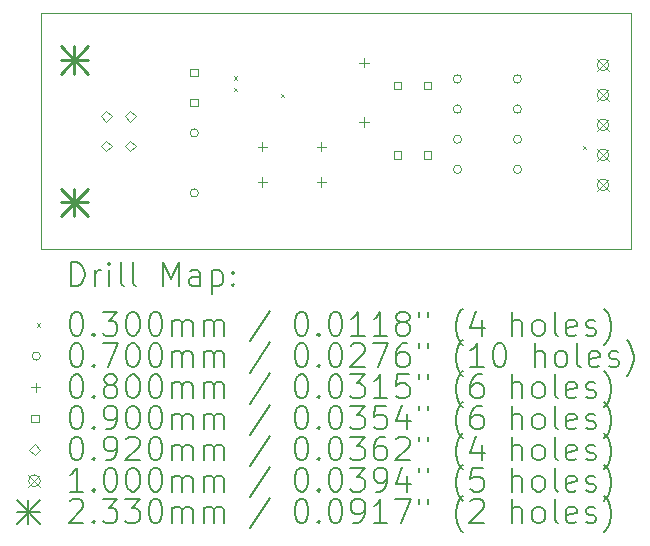
<source format=gbr>
%TF.GenerationSoftware,KiCad,Pcbnew,8.0.7*%
%TF.CreationDate,2025-01-23T22:17:50+09:00*%
%TF.ProjectId,ch340_silial_release,63683334-305f-4736-996c-69616c5f7265,rev?*%
%TF.SameCoordinates,Original*%
%TF.FileFunction,Drillmap*%
%TF.FilePolarity,Positive*%
%FSLAX45Y45*%
G04 Gerber Fmt 4.5, Leading zero omitted, Abs format (unit mm)*
G04 Created by KiCad (PCBNEW 8.0.7) date 2025-01-23 22:17:50*
%MOMM*%
%LPD*%
G01*
G04 APERTURE LIST*
%ADD10C,0.050000*%
%ADD11C,0.200000*%
%ADD12C,0.100000*%
%ADD13C,0.233000*%
G04 APERTURE END LIST*
D10*
X10000000Y-7000000D02*
X10000000Y-5000000D01*
X15000000Y-7000000D02*
X10000000Y-7000000D01*
X15000000Y-5000000D02*
X15000000Y-7000000D01*
X10000000Y-5000000D02*
X15000000Y-5000000D01*
D11*
D12*
X11635000Y-5535500D02*
X11665000Y-5565500D01*
X11665000Y-5535500D02*
X11635000Y-5565500D01*
X11635000Y-5635500D02*
X11665000Y-5665500D01*
X11665000Y-5635500D02*
X11635000Y-5665500D01*
X12035000Y-5685500D02*
X12065000Y-5715500D01*
X12065000Y-5685500D02*
X12035000Y-5715500D01*
X14591240Y-6124180D02*
X14621240Y-6154180D01*
X14621240Y-6124180D02*
X14591240Y-6154180D01*
X11335000Y-6017260D02*
G75*
G02*
X11265000Y-6017260I-35000J0D01*
G01*
X11265000Y-6017260D02*
G75*
G02*
X11335000Y-6017260I35000J0D01*
G01*
X11335000Y-6525260D02*
G75*
G02*
X11265000Y-6525260I-35000J0D01*
G01*
X11265000Y-6525260D02*
G75*
G02*
X11335000Y-6525260I35000J0D01*
G01*
X13564280Y-5560060D02*
G75*
G02*
X13494280Y-5560060I-35000J0D01*
G01*
X13494280Y-5560060D02*
G75*
G02*
X13564280Y-5560060I35000J0D01*
G01*
X13564280Y-5815227D02*
G75*
G02*
X13494280Y-5815227I-35000J0D01*
G01*
X13494280Y-5815227D02*
G75*
G02*
X13564280Y-5815227I35000J0D01*
G01*
X13564280Y-6070393D02*
G75*
G02*
X13494280Y-6070393I-35000J0D01*
G01*
X13494280Y-6070393D02*
G75*
G02*
X13564280Y-6070393I35000J0D01*
G01*
X13564280Y-6325560D02*
G75*
G02*
X13494280Y-6325560I-35000J0D01*
G01*
X13494280Y-6325560D02*
G75*
G02*
X13564280Y-6325560I35000J0D01*
G01*
X14072280Y-5560060D02*
G75*
G02*
X14002280Y-5560060I-35000J0D01*
G01*
X14002280Y-5560060D02*
G75*
G02*
X14072280Y-5560060I35000J0D01*
G01*
X14072280Y-5815227D02*
G75*
G02*
X14002280Y-5815227I-35000J0D01*
G01*
X14002280Y-5815227D02*
G75*
G02*
X14072280Y-5815227I35000J0D01*
G01*
X14072280Y-6070393D02*
G75*
G02*
X14002280Y-6070393I-35000J0D01*
G01*
X14002280Y-6070393D02*
G75*
G02*
X14072280Y-6070393I35000J0D01*
G01*
X14072280Y-6325560D02*
G75*
G02*
X14002280Y-6325560I-35000J0D01*
G01*
X14002280Y-6325560D02*
G75*
G02*
X14072280Y-6325560I35000J0D01*
G01*
X11877200Y-6094100D02*
X11877200Y-6174100D01*
X11837200Y-6134100D02*
X11917200Y-6134100D01*
X11877200Y-6394100D02*
X11877200Y-6474100D01*
X11837200Y-6434100D02*
X11917200Y-6434100D01*
X12377200Y-6094100D02*
X12377200Y-6174100D01*
X12337200Y-6134100D02*
X12417200Y-6134100D01*
X12377200Y-6394100D02*
X12377200Y-6474100D01*
X12337200Y-6434100D02*
X12417200Y-6434100D01*
X12736800Y-5382900D02*
X12736800Y-5462900D01*
X12696800Y-5422900D02*
X12776800Y-5422900D01*
X12736800Y-5882900D02*
X12736800Y-5962900D01*
X12696800Y-5922900D02*
X12776800Y-5922900D01*
X11331820Y-5536000D02*
X11331820Y-5472360D01*
X11268180Y-5472360D01*
X11268180Y-5536000D01*
X11331820Y-5536000D01*
X11331820Y-5790000D02*
X11331820Y-5726360D01*
X11268180Y-5726360D01*
X11268180Y-5790000D01*
X11331820Y-5790000D01*
X13053100Y-5647760D02*
X13053100Y-5584120D01*
X12989460Y-5584120D01*
X12989460Y-5647760D01*
X13053100Y-5647760D01*
X13053100Y-6237040D02*
X13053100Y-6173400D01*
X12989460Y-6173400D01*
X12989460Y-6237040D01*
X13053100Y-6237040D01*
X13307100Y-5647760D02*
X13307100Y-5584120D01*
X13243460Y-5584120D01*
X13243460Y-5647760D01*
X13307100Y-5647760D01*
X13307100Y-6237040D02*
X13307100Y-6173400D01*
X13243460Y-6173400D01*
X13243460Y-6237040D01*
X13307100Y-6237040D01*
X10557750Y-5923500D02*
X10603750Y-5877500D01*
X10557750Y-5831500D01*
X10511750Y-5877500D01*
X10557750Y-5923500D01*
X10557750Y-6173500D02*
X10603750Y-6127500D01*
X10557750Y-6081500D01*
X10511750Y-6127500D01*
X10557750Y-6173500D01*
X10757750Y-5923500D02*
X10803750Y-5877500D01*
X10757750Y-5831500D01*
X10711750Y-5877500D01*
X10757750Y-5923500D01*
X10757750Y-6173500D02*
X10803750Y-6127500D01*
X10757750Y-6081500D01*
X10711750Y-6127500D01*
X10757750Y-6173500D01*
X14712390Y-5391320D02*
X14812390Y-5491320D01*
X14812390Y-5391320D02*
X14712390Y-5491320D01*
X14812390Y-5441320D02*
G75*
G02*
X14712390Y-5441320I-50000J0D01*
G01*
X14712390Y-5441320D02*
G75*
G02*
X14812390Y-5441320I50000J0D01*
G01*
X14712390Y-5645320D02*
X14812390Y-5745320D01*
X14812390Y-5645320D02*
X14712390Y-5745320D01*
X14812390Y-5695320D02*
G75*
G02*
X14712390Y-5695320I-50000J0D01*
G01*
X14712390Y-5695320D02*
G75*
G02*
X14812390Y-5695320I50000J0D01*
G01*
X14712390Y-5899320D02*
X14812390Y-5999320D01*
X14812390Y-5899320D02*
X14712390Y-5999320D01*
X14812390Y-5949320D02*
G75*
G02*
X14712390Y-5949320I-50000J0D01*
G01*
X14712390Y-5949320D02*
G75*
G02*
X14812390Y-5949320I50000J0D01*
G01*
X14712390Y-6153320D02*
X14812390Y-6253320D01*
X14812390Y-6153320D02*
X14712390Y-6253320D01*
X14812390Y-6203320D02*
G75*
G02*
X14712390Y-6203320I-50000J0D01*
G01*
X14712390Y-6203320D02*
G75*
G02*
X14812390Y-6203320I50000J0D01*
G01*
X14712390Y-6407320D02*
X14812390Y-6507320D01*
X14812390Y-6407320D02*
X14712390Y-6507320D01*
X14812390Y-6457320D02*
G75*
G02*
X14712390Y-6457320I-50000J0D01*
G01*
X14712390Y-6457320D02*
G75*
G02*
X14812390Y-6457320I50000J0D01*
G01*
D13*
X10170250Y-5284000D02*
X10403250Y-5517000D01*
X10403250Y-5284000D02*
X10170250Y-5517000D01*
X10286750Y-5284000D02*
X10286750Y-5517000D01*
X10170250Y-5400500D02*
X10403250Y-5400500D01*
X10170250Y-6488000D02*
X10403250Y-6721000D01*
X10403250Y-6488000D02*
X10170250Y-6721000D01*
X10286750Y-6488000D02*
X10286750Y-6721000D01*
X10170250Y-6604500D02*
X10403250Y-6604500D01*
D11*
X10258277Y-7313984D02*
X10258277Y-7113984D01*
X10258277Y-7113984D02*
X10305896Y-7113984D01*
X10305896Y-7113984D02*
X10334467Y-7123508D01*
X10334467Y-7123508D02*
X10353515Y-7142555D01*
X10353515Y-7142555D02*
X10363039Y-7161603D01*
X10363039Y-7161603D02*
X10372563Y-7199698D01*
X10372563Y-7199698D02*
X10372563Y-7228269D01*
X10372563Y-7228269D02*
X10363039Y-7266365D01*
X10363039Y-7266365D02*
X10353515Y-7285412D01*
X10353515Y-7285412D02*
X10334467Y-7304460D01*
X10334467Y-7304460D02*
X10305896Y-7313984D01*
X10305896Y-7313984D02*
X10258277Y-7313984D01*
X10458277Y-7313984D02*
X10458277Y-7180650D01*
X10458277Y-7218746D02*
X10467801Y-7199698D01*
X10467801Y-7199698D02*
X10477324Y-7190174D01*
X10477324Y-7190174D02*
X10496372Y-7180650D01*
X10496372Y-7180650D02*
X10515420Y-7180650D01*
X10582086Y-7313984D02*
X10582086Y-7180650D01*
X10582086Y-7113984D02*
X10572563Y-7123508D01*
X10572563Y-7123508D02*
X10582086Y-7133031D01*
X10582086Y-7133031D02*
X10591610Y-7123508D01*
X10591610Y-7123508D02*
X10582086Y-7113984D01*
X10582086Y-7113984D02*
X10582086Y-7133031D01*
X10705896Y-7313984D02*
X10686848Y-7304460D01*
X10686848Y-7304460D02*
X10677324Y-7285412D01*
X10677324Y-7285412D02*
X10677324Y-7113984D01*
X10810658Y-7313984D02*
X10791610Y-7304460D01*
X10791610Y-7304460D02*
X10782086Y-7285412D01*
X10782086Y-7285412D02*
X10782086Y-7113984D01*
X11039229Y-7313984D02*
X11039229Y-7113984D01*
X11039229Y-7113984D02*
X11105896Y-7256841D01*
X11105896Y-7256841D02*
X11172563Y-7113984D01*
X11172563Y-7113984D02*
X11172563Y-7313984D01*
X11353515Y-7313984D02*
X11353515Y-7209222D01*
X11353515Y-7209222D02*
X11343991Y-7190174D01*
X11343991Y-7190174D02*
X11324943Y-7180650D01*
X11324943Y-7180650D02*
X11286848Y-7180650D01*
X11286848Y-7180650D02*
X11267801Y-7190174D01*
X11353515Y-7304460D02*
X11334467Y-7313984D01*
X11334467Y-7313984D02*
X11286848Y-7313984D01*
X11286848Y-7313984D02*
X11267801Y-7304460D01*
X11267801Y-7304460D02*
X11258277Y-7285412D01*
X11258277Y-7285412D02*
X11258277Y-7266365D01*
X11258277Y-7266365D02*
X11267801Y-7247317D01*
X11267801Y-7247317D02*
X11286848Y-7237793D01*
X11286848Y-7237793D02*
X11334467Y-7237793D01*
X11334467Y-7237793D02*
X11353515Y-7228269D01*
X11448753Y-7180650D02*
X11448753Y-7380650D01*
X11448753Y-7190174D02*
X11467801Y-7180650D01*
X11467801Y-7180650D02*
X11505896Y-7180650D01*
X11505896Y-7180650D02*
X11524943Y-7190174D01*
X11524943Y-7190174D02*
X11534467Y-7199698D01*
X11534467Y-7199698D02*
X11543991Y-7218746D01*
X11543991Y-7218746D02*
X11543991Y-7275888D01*
X11543991Y-7275888D02*
X11534467Y-7294936D01*
X11534467Y-7294936D02*
X11524943Y-7304460D01*
X11524943Y-7304460D02*
X11505896Y-7313984D01*
X11505896Y-7313984D02*
X11467801Y-7313984D01*
X11467801Y-7313984D02*
X11448753Y-7304460D01*
X11629705Y-7294936D02*
X11639229Y-7304460D01*
X11639229Y-7304460D02*
X11629705Y-7313984D01*
X11629705Y-7313984D02*
X11620182Y-7304460D01*
X11620182Y-7304460D02*
X11629705Y-7294936D01*
X11629705Y-7294936D02*
X11629705Y-7313984D01*
X11629705Y-7190174D02*
X11639229Y-7199698D01*
X11639229Y-7199698D02*
X11629705Y-7209222D01*
X11629705Y-7209222D02*
X11620182Y-7199698D01*
X11620182Y-7199698D02*
X11629705Y-7190174D01*
X11629705Y-7190174D02*
X11629705Y-7209222D01*
D12*
X9967500Y-7627500D02*
X9997500Y-7657500D01*
X9997500Y-7627500D02*
X9967500Y-7657500D01*
D11*
X10296372Y-7533984D02*
X10315420Y-7533984D01*
X10315420Y-7533984D02*
X10334467Y-7543508D01*
X10334467Y-7543508D02*
X10343991Y-7553031D01*
X10343991Y-7553031D02*
X10353515Y-7572079D01*
X10353515Y-7572079D02*
X10363039Y-7610174D01*
X10363039Y-7610174D02*
X10363039Y-7657793D01*
X10363039Y-7657793D02*
X10353515Y-7695888D01*
X10353515Y-7695888D02*
X10343991Y-7714936D01*
X10343991Y-7714936D02*
X10334467Y-7724460D01*
X10334467Y-7724460D02*
X10315420Y-7733984D01*
X10315420Y-7733984D02*
X10296372Y-7733984D01*
X10296372Y-7733984D02*
X10277324Y-7724460D01*
X10277324Y-7724460D02*
X10267801Y-7714936D01*
X10267801Y-7714936D02*
X10258277Y-7695888D01*
X10258277Y-7695888D02*
X10248753Y-7657793D01*
X10248753Y-7657793D02*
X10248753Y-7610174D01*
X10248753Y-7610174D02*
X10258277Y-7572079D01*
X10258277Y-7572079D02*
X10267801Y-7553031D01*
X10267801Y-7553031D02*
X10277324Y-7543508D01*
X10277324Y-7543508D02*
X10296372Y-7533984D01*
X10448753Y-7714936D02*
X10458277Y-7724460D01*
X10458277Y-7724460D02*
X10448753Y-7733984D01*
X10448753Y-7733984D02*
X10439229Y-7724460D01*
X10439229Y-7724460D02*
X10448753Y-7714936D01*
X10448753Y-7714936D02*
X10448753Y-7733984D01*
X10524944Y-7533984D02*
X10648753Y-7533984D01*
X10648753Y-7533984D02*
X10582086Y-7610174D01*
X10582086Y-7610174D02*
X10610658Y-7610174D01*
X10610658Y-7610174D02*
X10629705Y-7619698D01*
X10629705Y-7619698D02*
X10639229Y-7629222D01*
X10639229Y-7629222D02*
X10648753Y-7648269D01*
X10648753Y-7648269D02*
X10648753Y-7695888D01*
X10648753Y-7695888D02*
X10639229Y-7714936D01*
X10639229Y-7714936D02*
X10629705Y-7724460D01*
X10629705Y-7724460D02*
X10610658Y-7733984D01*
X10610658Y-7733984D02*
X10553515Y-7733984D01*
X10553515Y-7733984D02*
X10534467Y-7724460D01*
X10534467Y-7724460D02*
X10524944Y-7714936D01*
X10772563Y-7533984D02*
X10791610Y-7533984D01*
X10791610Y-7533984D02*
X10810658Y-7543508D01*
X10810658Y-7543508D02*
X10820182Y-7553031D01*
X10820182Y-7553031D02*
X10829705Y-7572079D01*
X10829705Y-7572079D02*
X10839229Y-7610174D01*
X10839229Y-7610174D02*
X10839229Y-7657793D01*
X10839229Y-7657793D02*
X10829705Y-7695888D01*
X10829705Y-7695888D02*
X10820182Y-7714936D01*
X10820182Y-7714936D02*
X10810658Y-7724460D01*
X10810658Y-7724460D02*
X10791610Y-7733984D01*
X10791610Y-7733984D02*
X10772563Y-7733984D01*
X10772563Y-7733984D02*
X10753515Y-7724460D01*
X10753515Y-7724460D02*
X10743991Y-7714936D01*
X10743991Y-7714936D02*
X10734467Y-7695888D01*
X10734467Y-7695888D02*
X10724944Y-7657793D01*
X10724944Y-7657793D02*
X10724944Y-7610174D01*
X10724944Y-7610174D02*
X10734467Y-7572079D01*
X10734467Y-7572079D02*
X10743991Y-7553031D01*
X10743991Y-7553031D02*
X10753515Y-7543508D01*
X10753515Y-7543508D02*
X10772563Y-7533984D01*
X10963039Y-7533984D02*
X10982086Y-7533984D01*
X10982086Y-7533984D02*
X11001134Y-7543508D01*
X11001134Y-7543508D02*
X11010658Y-7553031D01*
X11010658Y-7553031D02*
X11020182Y-7572079D01*
X11020182Y-7572079D02*
X11029705Y-7610174D01*
X11029705Y-7610174D02*
X11029705Y-7657793D01*
X11029705Y-7657793D02*
X11020182Y-7695888D01*
X11020182Y-7695888D02*
X11010658Y-7714936D01*
X11010658Y-7714936D02*
X11001134Y-7724460D01*
X11001134Y-7724460D02*
X10982086Y-7733984D01*
X10982086Y-7733984D02*
X10963039Y-7733984D01*
X10963039Y-7733984D02*
X10943991Y-7724460D01*
X10943991Y-7724460D02*
X10934467Y-7714936D01*
X10934467Y-7714936D02*
X10924944Y-7695888D01*
X10924944Y-7695888D02*
X10915420Y-7657793D01*
X10915420Y-7657793D02*
X10915420Y-7610174D01*
X10915420Y-7610174D02*
X10924944Y-7572079D01*
X10924944Y-7572079D02*
X10934467Y-7553031D01*
X10934467Y-7553031D02*
X10943991Y-7543508D01*
X10943991Y-7543508D02*
X10963039Y-7533984D01*
X11115420Y-7733984D02*
X11115420Y-7600650D01*
X11115420Y-7619698D02*
X11124944Y-7610174D01*
X11124944Y-7610174D02*
X11143991Y-7600650D01*
X11143991Y-7600650D02*
X11172563Y-7600650D01*
X11172563Y-7600650D02*
X11191610Y-7610174D01*
X11191610Y-7610174D02*
X11201134Y-7629222D01*
X11201134Y-7629222D02*
X11201134Y-7733984D01*
X11201134Y-7629222D02*
X11210658Y-7610174D01*
X11210658Y-7610174D02*
X11229705Y-7600650D01*
X11229705Y-7600650D02*
X11258277Y-7600650D01*
X11258277Y-7600650D02*
X11277324Y-7610174D01*
X11277324Y-7610174D02*
X11286848Y-7629222D01*
X11286848Y-7629222D02*
X11286848Y-7733984D01*
X11382086Y-7733984D02*
X11382086Y-7600650D01*
X11382086Y-7619698D02*
X11391610Y-7610174D01*
X11391610Y-7610174D02*
X11410658Y-7600650D01*
X11410658Y-7600650D02*
X11439229Y-7600650D01*
X11439229Y-7600650D02*
X11458277Y-7610174D01*
X11458277Y-7610174D02*
X11467801Y-7629222D01*
X11467801Y-7629222D02*
X11467801Y-7733984D01*
X11467801Y-7629222D02*
X11477324Y-7610174D01*
X11477324Y-7610174D02*
X11496372Y-7600650D01*
X11496372Y-7600650D02*
X11524943Y-7600650D01*
X11524943Y-7600650D02*
X11543991Y-7610174D01*
X11543991Y-7610174D02*
X11553515Y-7629222D01*
X11553515Y-7629222D02*
X11553515Y-7733984D01*
X11943991Y-7524460D02*
X11772563Y-7781603D01*
X12201134Y-7533984D02*
X12220182Y-7533984D01*
X12220182Y-7533984D02*
X12239229Y-7543508D01*
X12239229Y-7543508D02*
X12248753Y-7553031D01*
X12248753Y-7553031D02*
X12258277Y-7572079D01*
X12258277Y-7572079D02*
X12267801Y-7610174D01*
X12267801Y-7610174D02*
X12267801Y-7657793D01*
X12267801Y-7657793D02*
X12258277Y-7695888D01*
X12258277Y-7695888D02*
X12248753Y-7714936D01*
X12248753Y-7714936D02*
X12239229Y-7724460D01*
X12239229Y-7724460D02*
X12220182Y-7733984D01*
X12220182Y-7733984D02*
X12201134Y-7733984D01*
X12201134Y-7733984D02*
X12182086Y-7724460D01*
X12182086Y-7724460D02*
X12172563Y-7714936D01*
X12172563Y-7714936D02*
X12163039Y-7695888D01*
X12163039Y-7695888D02*
X12153515Y-7657793D01*
X12153515Y-7657793D02*
X12153515Y-7610174D01*
X12153515Y-7610174D02*
X12163039Y-7572079D01*
X12163039Y-7572079D02*
X12172563Y-7553031D01*
X12172563Y-7553031D02*
X12182086Y-7543508D01*
X12182086Y-7543508D02*
X12201134Y-7533984D01*
X12353515Y-7714936D02*
X12363039Y-7724460D01*
X12363039Y-7724460D02*
X12353515Y-7733984D01*
X12353515Y-7733984D02*
X12343991Y-7724460D01*
X12343991Y-7724460D02*
X12353515Y-7714936D01*
X12353515Y-7714936D02*
X12353515Y-7733984D01*
X12486848Y-7533984D02*
X12505896Y-7533984D01*
X12505896Y-7533984D02*
X12524944Y-7543508D01*
X12524944Y-7543508D02*
X12534467Y-7553031D01*
X12534467Y-7553031D02*
X12543991Y-7572079D01*
X12543991Y-7572079D02*
X12553515Y-7610174D01*
X12553515Y-7610174D02*
X12553515Y-7657793D01*
X12553515Y-7657793D02*
X12543991Y-7695888D01*
X12543991Y-7695888D02*
X12534467Y-7714936D01*
X12534467Y-7714936D02*
X12524944Y-7724460D01*
X12524944Y-7724460D02*
X12505896Y-7733984D01*
X12505896Y-7733984D02*
X12486848Y-7733984D01*
X12486848Y-7733984D02*
X12467801Y-7724460D01*
X12467801Y-7724460D02*
X12458277Y-7714936D01*
X12458277Y-7714936D02*
X12448753Y-7695888D01*
X12448753Y-7695888D02*
X12439229Y-7657793D01*
X12439229Y-7657793D02*
X12439229Y-7610174D01*
X12439229Y-7610174D02*
X12448753Y-7572079D01*
X12448753Y-7572079D02*
X12458277Y-7553031D01*
X12458277Y-7553031D02*
X12467801Y-7543508D01*
X12467801Y-7543508D02*
X12486848Y-7533984D01*
X12743991Y-7733984D02*
X12629706Y-7733984D01*
X12686848Y-7733984D02*
X12686848Y-7533984D01*
X12686848Y-7533984D02*
X12667801Y-7562555D01*
X12667801Y-7562555D02*
X12648753Y-7581603D01*
X12648753Y-7581603D02*
X12629706Y-7591127D01*
X12934467Y-7733984D02*
X12820182Y-7733984D01*
X12877325Y-7733984D02*
X12877325Y-7533984D01*
X12877325Y-7533984D02*
X12858277Y-7562555D01*
X12858277Y-7562555D02*
X12839229Y-7581603D01*
X12839229Y-7581603D02*
X12820182Y-7591127D01*
X13048753Y-7619698D02*
X13029706Y-7610174D01*
X13029706Y-7610174D02*
X13020182Y-7600650D01*
X13020182Y-7600650D02*
X13010658Y-7581603D01*
X13010658Y-7581603D02*
X13010658Y-7572079D01*
X13010658Y-7572079D02*
X13020182Y-7553031D01*
X13020182Y-7553031D02*
X13029706Y-7543508D01*
X13029706Y-7543508D02*
X13048753Y-7533984D01*
X13048753Y-7533984D02*
X13086848Y-7533984D01*
X13086848Y-7533984D02*
X13105896Y-7543508D01*
X13105896Y-7543508D02*
X13115420Y-7553031D01*
X13115420Y-7553031D02*
X13124944Y-7572079D01*
X13124944Y-7572079D02*
X13124944Y-7581603D01*
X13124944Y-7581603D02*
X13115420Y-7600650D01*
X13115420Y-7600650D02*
X13105896Y-7610174D01*
X13105896Y-7610174D02*
X13086848Y-7619698D01*
X13086848Y-7619698D02*
X13048753Y-7619698D01*
X13048753Y-7619698D02*
X13029706Y-7629222D01*
X13029706Y-7629222D02*
X13020182Y-7638746D01*
X13020182Y-7638746D02*
X13010658Y-7657793D01*
X13010658Y-7657793D02*
X13010658Y-7695888D01*
X13010658Y-7695888D02*
X13020182Y-7714936D01*
X13020182Y-7714936D02*
X13029706Y-7724460D01*
X13029706Y-7724460D02*
X13048753Y-7733984D01*
X13048753Y-7733984D02*
X13086848Y-7733984D01*
X13086848Y-7733984D02*
X13105896Y-7724460D01*
X13105896Y-7724460D02*
X13115420Y-7714936D01*
X13115420Y-7714936D02*
X13124944Y-7695888D01*
X13124944Y-7695888D02*
X13124944Y-7657793D01*
X13124944Y-7657793D02*
X13115420Y-7638746D01*
X13115420Y-7638746D02*
X13105896Y-7629222D01*
X13105896Y-7629222D02*
X13086848Y-7619698D01*
X13201134Y-7533984D02*
X13201134Y-7572079D01*
X13277325Y-7533984D02*
X13277325Y-7572079D01*
X13572563Y-7810174D02*
X13563039Y-7800650D01*
X13563039Y-7800650D02*
X13543991Y-7772079D01*
X13543991Y-7772079D02*
X13534468Y-7753031D01*
X13534468Y-7753031D02*
X13524944Y-7724460D01*
X13524944Y-7724460D02*
X13515420Y-7676841D01*
X13515420Y-7676841D02*
X13515420Y-7638746D01*
X13515420Y-7638746D02*
X13524944Y-7591127D01*
X13524944Y-7591127D02*
X13534468Y-7562555D01*
X13534468Y-7562555D02*
X13543991Y-7543508D01*
X13543991Y-7543508D02*
X13563039Y-7514936D01*
X13563039Y-7514936D02*
X13572563Y-7505412D01*
X13734468Y-7600650D02*
X13734468Y-7733984D01*
X13686848Y-7524460D02*
X13639229Y-7667317D01*
X13639229Y-7667317D02*
X13763039Y-7667317D01*
X13991610Y-7733984D02*
X13991610Y-7533984D01*
X14077325Y-7733984D02*
X14077325Y-7629222D01*
X14077325Y-7629222D02*
X14067801Y-7610174D01*
X14067801Y-7610174D02*
X14048753Y-7600650D01*
X14048753Y-7600650D02*
X14020182Y-7600650D01*
X14020182Y-7600650D02*
X14001134Y-7610174D01*
X14001134Y-7610174D02*
X13991610Y-7619698D01*
X14201134Y-7733984D02*
X14182087Y-7724460D01*
X14182087Y-7724460D02*
X14172563Y-7714936D01*
X14172563Y-7714936D02*
X14163039Y-7695888D01*
X14163039Y-7695888D02*
X14163039Y-7638746D01*
X14163039Y-7638746D02*
X14172563Y-7619698D01*
X14172563Y-7619698D02*
X14182087Y-7610174D01*
X14182087Y-7610174D02*
X14201134Y-7600650D01*
X14201134Y-7600650D02*
X14229706Y-7600650D01*
X14229706Y-7600650D02*
X14248753Y-7610174D01*
X14248753Y-7610174D02*
X14258277Y-7619698D01*
X14258277Y-7619698D02*
X14267801Y-7638746D01*
X14267801Y-7638746D02*
X14267801Y-7695888D01*
X14267801Y-7695888D02*
X14258277Y-7714936D01*
X14258277Y-7714936D02*
X14248753Y-7724460D01*
X14248753Y-7724460D02*
X14229706Y-7733984D01*
X14229706Y-7733984D02*
X14201134Y-7733984D01*
X14382087Y-7733984D02*
X14363039Y-7724460D01*
X14363039Y-7724460D02*
X14353515Y-7705412D01*
X14353515Y-7705412D02*
X14353515Y-7533984D01*
X14534468Y-7724460D02*
X14515420Y-7733984D01*
X14515420Y-7733984D02*
X14477325Y-7733984D01*
X14477325Y-7733984D02*
X14458277Y-7724460D01*
X14458277Y-7724460D02*
X14448753Y-7705412D01*
X14448753Y-7705412D02*
X14448753Y-7629222D01*
X14448753Y-7629222D02*
X14458277Y-7610174D01*
X14458277Y-7610174D02*
X14477325Y-7600650D01*
X14477325Y-7600650D02*
X14515420Y-7600650D01*
X14515420Y-7600650D02*
X14534468Y-7610174D01*
X14534468Y-7610174D02*
X14543991Y-7629222D01*
X14543991Y-7629222D02*
X14543991Y-7648269D01*
X14543991Y-7648269D02*
X14448753Y-7667317D01*
X14620182Y-7724460D02*
X14639230Y-7733984D01*
X14639230Y-7733984D02*
X14677325Y-7733984D01*
X14677325Y-7733984D02*
X14696372Y-7724460D01*
X14696372Y-7724460D02*
X14705896Y-7705412D01*
X14705896Y-7705412D02*
X14705896Y-7695888D01*
X14705896Y-7695888D02*
X14696372Y-7676841D01*
X14696372Y-7676841D02*
X14677325Y-7667317D01*
X14677325Y-7667317D02*
X14648753Y-7667317D01*
X14648753Y-7667317D02*
X14629706Y-7657793D01*
X14629706Y-7657793D02*
X14620182Y-7638746D01*
X14620182Y-7638746D02*
X14620182Y-7629222D01*
X14620182Y-7629222D02*
X14629706Y-7610174D01*
X14629706Y-7610174D02*
X14648753Y-7600650D01*
X14648753Y-7600650D02*
X14677325Y-7600650D01*
X14677325Y-7600650D02*
X14696372Y-7610174D01*
X14772563Y-7810174D02*
X14782087Y-7800650D01*
X14782087Y-7800650D02*
X14801134Y-7772079D01*
X14801134Y-7772079D02*
X14810658Y-7753031D01*
X14810658Y-7753031D02*
X14820182Y-7724460D01*
X14820182Y-7724460D02*
X14829706Y-7676841D01*
X14829706Y-7676841D02*
X14829706Y-7638746D01*
X14829706Y-7638746D02*
X14820182Y-7591127D01*
X14820182Y-7591127D02*
X14810658Y-7562555D01*
X14810658Y-7562555D02*
X14801134Y-7543508D01*
X14801134Y-7543508D02*
X14782087Y-7514936D01*
X14782087Y-7514936D02*
X14772563Y-7505412D01*
D12*
X9997500Y-7906500D02*
G75*
G02*
X9927500Y-7906500I-35000J0D01*
G01*
X9927500Y-7906500D02*
G75*
G02*
X9997500Y-7906500I35000J0D01*
G01*
D11*
X10296372Y-7797984D02*
X10315420Y-7797984D01*
X10315420Y-7797984D02*
X10334467Y-7807508D01*
X10334467Y-7807508D02*
X10343991Y-7817031D01*
X10343991Y-7817031D02*
X10353515Y-7836079D01*
X10353515Y-7836079D02*
X10363039Y-7874174D01*
X10363039Y-7874174D02*
X10363039Y-7921793D01*
X10363039Y-7921793D02*
X10353515Y-7959888D01*
X10353515Y-7959888D02*
X10343991Y-7978936D01*
X10343991Y-7978936D02*
X10334467Y-7988460D01*
X10334467Y-7988460D02*
X10315420Y-7997984D01*
X10315420Y-7997984D02*
X10296372Y-7997984D01*
X10296372Y-7997984D02*
X10277324Y-7988460D01*
X10277324Y-7988460D02*
X10267801Y-7978936D01*
X10267801Y-7978936D02*
X10258277Y-7959888D01*
X10258277Y-7959888D02*
X10248753Y-7921793D01*
X10248753Y-7921793D02*
X10248753Y-7874174D01*
X10248753Y-7874174D02*
X10258277Y-7836079D01*
X10258277Y-7836079D02*
X10267801Y-7817031D01*
X10267801Y-7817031D02*
X10277324Y-7807508D01*
X10277324Y-7807508D02*
X10296372Y-7797984D01*
X10448753Y-7978936D02*
X10458277Y-7988460D01*
X10458277Y-7988460D02*
X10448753Y-7997984D01*
X10448753Y-7997984D02*
X10439229Y-7988460D01*
X10439229Y-7988460D02*
X10448753Y-7978936D01*
X10448753Y-7978936D02*
X10448753Y-7997984D01*
X10524944Y-7797984D02*
X10658277Y-7797984D01*
X10658277Y-7797984D02*
X10572563Y-7997984D01*
X10772563Y-7797984D02*
X10791610Y-7797984D01*
X10791610Y-7797984D02*
X10810658Y-7807508D01*
X10810658Y-7807508D02*
X10820182Y-7817031D01*
X10820182Y-7817031D02*
X10829705Y-7836079D01*
X10829705Y-7836079D02*
X10839229Y-7874174D01*
X10839229Y-7874174D02*
X10839229Y-7921793D01*
X10839229Y-7921793D02*
X10829705Y-7959888D01*
X10829705Y-7959888D02*
X10820182Y-7978936D01*
X10820182Y-7978936D02*
X10810658Y-7988460D01*
X10810658Y-7988460D02*
X10791610Y-7997984D01*
X10791610Y-7997984D02*
X10772563Y-7997984D01*
X10772563Y-7997984D02*
X10753515Y-7988460D01*
X10753515Y-7988460D02*
X10743991Y-7978936D01*
X10743991Y-7978936D02*
X10734467Y-7959888D01*
X10734467Y-7959888D02*
X10724944Y-7921793D01*
X10724944Y-7921793D02*
X10724944Y-7874174D01*
X10724944Y-7874174D02*
X10734467Y-7836079D01*
X10734467Y-7836079D02*
X10743991Y-7817031D01*
X10743991Y-7817031D02*
X10753515Y-7807508D01*
X10753515Y-7807508D02*
X10772563Y-7797984D01*
X10963039Y-7797984D02*
X10982086Y-7797984D01*
X10982086Y-7797984D02*
X11001134Y-7807508D01*
X11001134Y-7807508D02*
X11010658Y-7817031D01*
X11010658Y-7817031D02*
X11020182Y-7836079D01*
X11020182Y-7836079D02*
X11029705Y-7874174D01*
X11029705Y-7874174D02*
X11029705Y-7921793D01*
X11029705Y-7921793D02*
X11020182Y-7959888D01*
X11020182Y-7959888D02*
X11010658Y-7978936D01*
X11010658Y-7978936D02*
X11001134Y-7988460D01*
X11001134Y-7988460D02*
X10982086Y-7997984D01*
X10982086Y-7997984D02*
X10963039Y-7997984D01*
X10963039Y-7997984D02*
X10943991Y-7988460D01*
X10943991Y-7988460D02*
X10934467Y-7978936D01*
X10934467Y-7978936D02*
X10924944Y-7959888D01*
X10924944Y-7959888D02*
X10915420Y-7921793D01*
X10915420Y-7921793D02*
X10915420Y-7874174D01*
X10915420Y-7874174D02*
X10924944Y-7836079D01*
X10924944Y-7836079D02*
X10934467Y-7817031D01*
X10934467Y-7817031D02*
X10943991Y-7807508D01*
X10943991Y-7807508D02*
X10963039Y-7797984D01*
X11115420Y-7997984D02*
X11115420Y-7864650D01*
X11115420Y-7883698D02*
X11124944Y-7874174D01*
X11124944Y-7874174D02*
X11143991Y-7864650D01*
X11143991Y-7864650D02*
X11172563Y-7864650D01*
X11172563Y-7864650D02*
X11191610Y-7874174D01*
X11191610Y-7874174D02*
X11201134Y-7893222D01*
X11201134Y-7893222D02*
X11201134Y-7997984D01*
X11201134Y-7893222D02*
X11210658Y-7874174D01*
X11210658Y-7874174D02*
X11229705Y-7864650D01*
X11229705Y-7864650D02*
X11258277Y-7864650D01*
X11258277Y-7864650D02*
X11277324Y-7874174D01*
X11277324Y-7874174D02*
X11286848Y-7893222D01*
X11286848Y-7893222D02*
X11286848Y-7997984D01*
X11382086Y-7997984D02*
X11382086Y-7864650D01*
X11382086Y-7883698D02*
X11391610Y-7874174D01*
X11391610Y-7874174D02*
X11410658Y-7864650D01*
X11410658Y-7864650D02*
X11439229Y-7864650D01*
X11439229Y-7864650D02*
X11458277Y-7874174D01*
X11458277Y-7874174D02*
X11467801Y-7893222D01*
X11467801Y-7893222D02*
X11467801Y-7997984D01*
X11467801Y-7893222D02*
X11477324Y-7874174D01*
X11477324Y-7874174D02*
X11496372Y-7864650D01*
X11496372Y-7864650D02*
X11524943Y-7864650D01*
X11524943Y-7864650D02*
X11543991Y-7874174D01*
X11543991Y-7874174D02*
X11553515Y-7893222D01*
X11553515Y-7893222D02*
X11553515Y-7997984D01*
X11943991Y-7788460D02*
X11772563Y-8045603D01*
X12201134Y-7797984D02*
X12220182Y-7797984D01*
X12220182Y-7797984D02*
X12239229Y-7807508D01*
X12239229Y-7807508D02*
X12248753Y-7817031D01*
X12248753Y-7817031D02*
X12258277Y-7836079D01*
X12258277Y-7836079D02*
X12267801Y-7874174D01*
X12267801Y-7874174D02*
X12267801Y-7921793D01*
X12267801Y-7921793D02*
X12258277Y-7959888D01*
X12258277Y-7959888D02*
X12248753Y-7978936D01*
X12248753Y-7978936D02*
X12239229Y-7988460D01*
X12239229Y-7988460D02*
X12220182Y-7997984D01*
X12220182Y-7997984D02*
X12201134Y-7997984D01*
X12201134Y-7997984D02*
X12182086Y-7988460D01*
X12182086Y-7988460D02*
X12172563Y-7978936D01*
X12172563Y-7978936D02*
X12163039Y-7959888D01*
X12163039Y-7959888D02*
X12153515Y-7921793D01*
X12153515Y-7921793D02*
X12153515Y-7874174D01*
X12153515Y-7874174D02*
X12163039Y-7836079D01*
X12163039Y-7836079D02*
X12172563Y-7817031D01*
X12172563Y-7817031D02*
X12182086Y-7807508D01*
X12182086Y-7807508D02*
X12201134Y-7797984D01*
X12353515Y-7978936D02*
X12363039Y-7988460D01*
X12363039Y-7988460D02*
X12353515Y-7997984D01*
X12353515Y-7997984D02*
X12343991Y-7988460D01*
X12343991Y-7988460D02*
X12353515Y-7978936D01*
X12353515Y-7978936D02*
X12353515Y-7997984D01*
X12486848Y-7797984D02*
X12505896Y-7797984D01*
X12505896Y-7797984D02*
X12524944Y-7807508D01*
X12524944Y-7807508D02*
X12534467Y-7817031D01*
X12534467Y-7817031D02*
X12543991Y-7836079D01*
X12543991Y-7836079D02*
X12553515Y-7874174D01*
X12553515Y-7874174D02*
X12553515Y-7921793D01*
X12553515Y-7921793D02*
X12543991Y-7959888D01*
X12543991Y-7959888D02*
X12534467Y-7978936D01*
X12534467Y-7978936D02*
X12524944Y-7988460D01*
X12524944Y-7988460D02*
X12505896Y-7997984D01*
X12505896Y-7997984D02*
X12486848Y-7997984D01*
X12486848Y-7997984D02*
X12467801Y-7988460D01*
X12467801Y-7988460D02*
X12458277Y-7978936D01*
X12458277Y-7978936D02*
X12448753Y-7959888D01*
X12448753Y-7959888D02*
X12439229Y-7921793D01*
X12439229Y-7921793D02*
X12439229Y-7874174D01*
X12439229Y-7874174D02*
X12448753Y-7836079D01*
X12448753Y-7836079D02*
X12458277Y-7817031D01*
X12458277Y-7817031D02*
X12467801Y-7807508D01*
X12467801Y-7807508D02*
X12486848Y-7797984D01*
X12629706Y-7817031D02*
X12639229Y-7807508D01*
X12639229Y-7807508D02*
X12658277Y-7797984D01*
X12658277Y-7797984D02*
X12705896Y-7797984D01*
X12705896Y-7797984D02*
X12724944Y-7807508D01*
X12724944Y-7807508D02*
X12734467Y-7817031D01*
X12734467Y-7817031D02*
X12743991Y-7836079D01*
X12743991Y-7836079D02*
X12743991Y-7855127D01*
X12743991Y-7855127D02*
X12734467Y-7883698D01*
X12734467Y-7883698D02*
X12620182Y-7997984D01*
X12620182Y-7997984D02*
X12743991Y-7997984D01*
X12810658Y-7797984D02*
X12943991Y-7797984D01*
X12943991Y-7797984D02*
X12858277Y-7997984D01*
X13105896Y-7797984D02*
X13067801Y-7797984D01*
X13067801Y-7797984D02*
X13048753Y-7807508D01*
X13048753Y-7807508D02*
X13039229Y-7817031D01*
X13039229Y-7817031D02*
X13020182Y-7845603D01*
X13020182Y-7845603D02*
X13010658Y-7883698D01*
X13010658Y-7883698D02*
X13010658Y-7959888D01*
X13010658Y-7959888D02*
X13020182Y-7978936D01*
X13020182Y-7978936D02*
X13029706Y-7988460D01*
X13029706Y-7988460D02*
X13048753Y-7997984D01*
X13048753Y-7997984D02*
X13086848Y-7997984D01*
X13086848Y-7997984D02*
X13105896Y-7988460D01*
X13105896Y-7988460D02*
X13115420Y-7978936D01*
X13115420Y-7978936D02*
X13124944Y-7959888D01*
X13124944Y-7959888D02*
X13124944Y-7912269D01*
X13124944Y-7912269D02*
X13115420Y-7893222D01*
X13115420Y-7893222D02*
X13105896Y-7883698D01*
X13105896Y-7883698D02*
X13086848Y-7874174D01*
X13086848Y-7874174D02*
X13048753Y-7874174D01*
X13048753Y-7874174D02*
X13029706Y-7883698D01*
X13029706Y-7883698D02*
X13020182Y-7893222D01*
X13020182Y-7893222D02*
X13010658Y-7912269D01*
X13201134Y-7797984D02*
X13201134Y-7836079D01*
X13277325Y-7797984D02*
X13277325Y-7836079D01*
X13572563Y-8074174D02*
X13563039Y-8064650D01*
X13563039Y-8064650D02*
X13543991Y-8036079D01*
X13543991Y-8036079D02*
X13534468Y-8017031D01*
X13534468Y-8017031D02*
X13524944Y-7988460D01*
X13524944Y-7988460D02*
X13515420Y-7940841D01*
X13515420Y-7940841D02*
X13515420Y-7902746D01*
X13515420Y-7902746D02*
X13524944Y-7855127D01*
X13524944Y-7855127D02*
X13534468Y-7826555D01*
X13534468Y-7826555D02*
X13543991Y-7807508D01*
X13543991Y-7807508D02*
X13563039Y-7778936D01*
X13563039Y-7778936D02*
X13572563Y-7769412D01*
X13753515Y-7997984D02*
X13639229Y-7997984D01*
X13696372Y-7997984D02*
X13696372Y-7797984D01*
X13696372Y-7797984D02*
X13677325Y-7826555D01*
X13677325Y-7826555D02*
X13658277Y-7845603D01*
X13658277Y-7845603D02*
X13639229Y-7855127D01*
X13877325Y-7797984D02*
X13896372Y-7797984D01*
X13896372Y-7797984D02*
X13915420Y-7807508D01*
X13915420Y-7807508D02*
X13924944Y-7817031D01*
X13924944Y-7817031D02*
X13934468Y-7836079D01*
X13934468Y-7836079D02*
X13943991Y-7874174D01*
X13943991Y-7874174D02*
X13943991Y-7921793D01*
X13943991Y-7921793D02*
X13934468Y-7959888D01*
X13934468Y-7959888D02*
X13924944Y-7978936D01*
X13924944Y-7978936D02*
X13915420Y-7988460D01*
X13915420Y-7988460D02*
X13896372Y-7997984D01*
X13896372Y-7997984D02*
X13877325Y-7997984D01*
X13877325Y-7997984D02*
X13858277Y-7988460D01*
X13858277Y-7988460D02*
X13848753Y-7978936D01*
X13848753Y-7978936D02*
X13839229Y-7959888D01*
X13839229Y-7959888D02*
X13829706Y-7921793D01*
X13829706Y-7921793D02*
X13829706Y-7874174D01*
X13829706Y-7874174D02*
X13839229Y-7836079D01*
X13839229Y-7836079D02*
X13848753Y-7817031D01*
X13848753Y-7817031D02*
X13858277Y-7807508D01*
X13858277Y-7807508D02*
X13877325Y-7797984D01*
X14182087Y-7997984D02*
X14182087Y-7797984D01*
X14267801Y-7997984D02*
X14267801Y-7893222D01*
X14267801Y-7893222D02*
X14258277Y-7874174D01*
X14258277Y-7874174D02*
X14239230Y-7864650D01*
X14239230Y-7864650D02*
X14210658Y-7864650D01*
X14210658Y-7864650D02*
X14191610Y-7874174D01*
X14191610Y-7874174D02*
X14182087Y-7883698D01*
X14391610Y-7997984D02*
X14372563Y-7988460D01*
X14372563Y-7988460D02*
X14363039Y-7978936D01*
X14363039Y-7978936D02*
X14353515Y-7959888D01*
X14353515Y-7959888D02*
X14353515Y-7902746D01*
X14353515Y-7902746D02*
X14363039Y-7883698D01*
X14363039Y-7883698D02*
X14372563Y-7874174D01*
X14372563Y-7874174D02*
X14391610Y-7864650D01*
X14391610Y-7864650D02*
X14420182Y-7864650D01*
X14420182Y-7864650D02*
X14439230Y-7874174D01*
X14439230Y-7874174D02*
X14448753Y-7883698D01*
X14448753Y-7883698D02*
X14458277Y-7902746D01*
X14458277Y-7902746D02*
X14458277Y-7959888D01*
X14458277Y-7959888D02*
X14448753Y-7978936D01*
X14448753Y-7978936D02*
X14439230Y-7988460D01*
X14439230Y-7988460D02*
X14420182Y-7997984D01*
X14420182Y-7997984D02*
X14391610Y-7997984D01*
X14572563Y-7997984D02*
X14553515Y-7988460D01*
X14553515Y-7988460D02*
X14543991Y-7969412D01*
X14543991Y-7969412D02*
X14543991Y-7797984D01*
X14724944Y-7988460D02*
X14705896Y-7997984D01*
X14705896Y-7997984D02*
X14667801Y-7997984D01*
X14667801Y-7997984D02*
X14648753Y-7988460D01*
X14648753Y-7988460D02*
X14639230Y-7969412D01*
X14639230Y-7969412D02*
X14639230Y-7893222D01*
X14639230Y-7893222D02*
X14648753Y-7874174D01*
X14648753Y-7874174D02*
X14667801Y-7864650D01*
X14667801Y-7864650D02*
X14705896Y-7864650D01*
X14705896Y-7864650D02*
X14724944Y-7874174D01*
X14724944Y-7874174D02*
X14734468Y-7893222D01*
X14734468Y-7893222D02*
X14734468Y-7912269D01*
X14734468Y-7912269D02*
X14639230Y-7931317D01*
X14810658Y-7988460D02*
X14829706Y-7997984D01*
X14829706Y-7997984D02*
X14867801Y-7997984D01*
X14867801Y-7997984D02*
X14886849Y-7988460D01*
X14886849Y-7988460D02*
X14896372Y-7969412D01*
X14896372Y-7969412D02*
X14896372Y-7959888D01*
X14896372Y-7959888D02*
X14886849Y-7940841D01*
X14886849Y-7940841D02*
X14867801Y-7931317D01*
X14867801Y-7931317D02*
X14839230Y-7931317D01*
X14839230Y-7931317D02*
X14820182Y-7921793D01*
X14820182Y-7921793D02*
X14810658Y-7902746D01*
X14810658Y-7902746D02*
X14810658Y-7893222D01*
X14810658Y-7893222D02*
X14820182Y-7874174D01*
X14820182Y-7874174D02*
X14839230Y-7864650D01*
X14839230Y-7864650D02*
X14867801Y-7864650D01*
X14867801Y-7864650D02*
X14886849Y-7874174D01*
X14963039Y-8074174D02*
X14972563Y-8064650D01*
X14972563Y-8064650D02*
X14991611Y-8036079D01*
X14991611Y-8036079D02*
X15001134Y-8017031D01*
X15001134Y-8017031D02*
X15010658Y-7988460D01*
X15010658Y-7988460D02*
X15020182Y-7940841D01*
X15020182Y-7940841D02*
X15020182Y-7902746D01*
X15020182Y-7902746D02*
X15010658Y-7855127D01*
X15010658Y-7855127D02*
X15001134Y-7826555D01*
X15001134Y-7826555D02*
X14991611Y-7807508D01*
X14991611Y-7807508D02*
X14972563Y-7778936D01*
X14972563Y-7778936D02*
X14963039Y-7769412D01*
D12*
X9957500Y-8130500D02*
X9957500Y-8210500D01*
X9917500Y-8170500D02*
X9997500Y-8170500D01*
D11*
X10296372Y-8061984D02*
X10315420Y-8061984D01*
X10315420Y-8061984D02*
X10334467Y-8071508D01*
X10334467Y-8071508D02*
X10343991Y-8081031D01*
X10343991Y-8081031D02*
X10353515Y-8100079D01*
X10353515Y-8100079D02*
X10363039Y-8138174D01*
X10363039Y-8138174D02*
X10363039Y-8185793D01*
X10363039Y-8185793D02*
X10353515Y-8223888D01*
X10353515Y-8223888D02*
X10343991Y-8242936D01*
X10343991Y-8242936D02*
X10334467Y-8252460D01*
X10334467Y-8252460D02*
X10315420Y-8261984D01*
X10315420Y-8261984D02*
X10296372Y-8261984D01*
X10296372Y-8261984D02*
X10277324Y-8252460D01*
X10277324Y-8252460D02*
X10267801Y-8242936D01*
X10267801Y-8242936D02*
X10258277Y-8223888D01*
X10258277Y-8223888D02*
X10248753Y-8185793D01*
X10248753Y-8185793D02*
X10248753Y-8138174D01*
X10248753Y-8138174D02*
X10258277Y-8100079D01*
X10258277Y-8100079D02*
X10267801Y-8081031D01*
X10267801Y-8081031D02*
X10277324Y-8071508D01*
X10277324Y-8071508D02*
X10296372Y-8061984D01*
X10448753Y-8242936D02*
X10458277Y-8252460D01*
X10458277Y-8252460D02*
X10448753Y-8261984D01*
X10448753Y-8261984D02*
X10439229Y-8252460D01*
X10439229Y-8252460D02*
X10448753Y-8242936D01*
X10448753Y-8242936D02*
X10448753Y-8261984D01*
X10572563Y-8147698D02*
X10553515Y-8138174D01*
X10553515Y-8138174D02*
X10543991Y-8128650D01*
X10543991Y-8128650D02*
X10534467Y-8109603D01*
X10534467Y-8109603D02*
X10534467Y-8100079D01*
X10534467Y-8100079D02*
X10543991Y-8081031D01*
X10543991Y-8081031D02*
X10553515Y-8071508D01*
X10553515Y-8071508D02*
X10572563Y-8061984D01*
X10572563Y-8061984D02*
X10610658Y-8061984D01*
X10610658Y-8061984D02*
X10629705Y-8071508D01*
X10629705Y-8071508D02*
X10639229Y-8081031D01*
X10639229Y-8081031D02*
X10648753Y-8100079D01*
X10648753Y-8100079D02*
X10648753Y-8109603D01*
X10648753Y-8109603D02*
X10639229Y-8128650D01*
X10639229Y-8128650D02*
X10629705Y-8138174D01*
X10629705Y-8138174D02*
X10610658Y-8147698D01*
X10610658Y-8147698D02*
X10572563Y-8147698D01*
X10572563Y-8147698D02*
X10553515Y-8157222D01*
X10553515Y-8157222D02*
X10543991Y-8166746D01*
X10543991Y-8166746D02*
X10534467Y-8185793D01*
X10534467Y-8185793D02*
X10534467Y-8223888D01*
X10534467Y-8223888D02*
X10543991Y-8242936D01*
X10543991Y-8242936D02*
X10553515Y-8252460D01*
X10553515Y-8252460D02*
X10572563Y-8261984D01*
X10572563Y-8261984D02*
X10610658Y-8261984D01*
X10610658Y-8261984D02*
X10629705Y-8252460D01*
X10629705Y-8252460D02*
X10639229Y-8242936D01*
X10639229Y-8242936D02*
X10648753Y-8223888D01*
X10648753Y-8223888D02*
X10648753Y-8185793D01*
X10648753Y-8185793D02*
X10639229Y-8166746D01*
X10639229Y-8166746D02*
X10629705Y-8157222D01*
X10629705Y-8157222D02*
X10610658Y-8147698D01*
X10772563Y-8061984D02*
X10791610Y-8061984D01*
X10791610Y-8061984D02*
X10810658Y-8071508D01*
X10810658Y-8071508D02*
X10820182Y-8081031D01*
X10820182Y-8081031D02*
X10829705Y-8100079D01*
X10829705Y-8100079D02*
X10839229Y-8138174D01*
X10839229Y-8138174D02*
X10839229Y-8185793D01*
X10839229Y-8185793D02*
X10829705Y-8223888D01*
X10829705Y-8223888D02*
X10820182Y-8242936D01*
X10820182Y-8242936D02*
X10810658Y-8252460D01*
X10810658Y-8252460D02*
X10791610Y-8261984D01*
X10791610Y-8261984D02*
X10772563Y-8261984D01*
X10772563Y-8261984D02*
X10753515Y-8252460D01*
X10753515Y-8252460D02*
X10743991Y-8242936D01*
X10743991Y-8242936D02*
X10734467Y-8223888D01*
X10734467Y-8223888D02*
X10724944Y-8185793D01*
X10724944Y-8185793D02*
X10724944Y-8138174D01*
X10724944Y-8138174D02*
X10734467Y-8100079D01*
X10734467Y-8100079D02*
X10743991Y-8081031D01*
X10743991Y-8081031D02*
X10753515Y-8071508D01*
X10753515Y-8071508D02*
X10772563Y-8061984D01*
X10963039Y-8061984D02*
X10982086Y-8061984D01*
X10982086Y-8061984D02*
X11001134Y-8071508D01*
X11001134Y-8071508D02*
X11010658Y-8081031D01*
X11010658Y-8081031D02*
X11020182Y-8100079D01*
X11020182Y-8100079D02*
X11029705Y-8138174D01*
X11029705Y-8138174D02*
X11029705Y-8185793D01*
X11029705Y-8185793D02*
X11020182Y-8223888D01*
X11020182Y-8223888D02*
X11010658Y-8242936D01*
X11010658Y-8242936D02*
X11001134Y-8252460D01*
X11001134Y-8252460D02*
X10982086Y-8261984D01*
X10982086Y-8261984D02*
X10963039Y-8261984D01*
X10963039Y-8261984D02*
X10943991Y-8252460D01*
X10943991Y-8252460D02*
X10934467Y-8242936D01*
X10934467Y-8242936D02*
X10924944Y-8223888D01*
X10924944Y-8223888D02*
X10915420Y-8185793D01*
X10915420Y-8185793D02*
X10915420Y-8138174D01*
X10915420Y-8138174D02*
X10924944Y-8100079D01*
X10924944Y-8100079D02*
X10934467Y-8081031D01*
X10934467Y-8081031D02*
X10943991Y-8071508D01*
X10943991Y-8071508D02*
X10963039Y-8061984D01*
X11115420Y-8261984D02*
X11115420Y-8128650D01*
X11115420Y-8147698D02*
X11124944Y-8138174D01*
X11124944Y-8138174D02*
X11143991Y-8128650D01*
X11143991Y-8128650D02*
X11172563Y-8128650D01*
X11172563Y-8128650D02*
X11191610Y-8138174D01*
X11191610Y-8138174D02*
X11201134Y-8157222D01*
X11201134Y-8157222D02*
X11201134Y-8261984D01*
X11201134Y-8157222D02*
X11210658Y-8138174D01*
X11210658Y-8138174D02*
X11229705Y-8128650D01*
X11229705Y-8128650D02*
X11258277Y-8128650D01*
X11258277Y-8128650D02*
X11277324Y-8138174D01*
X11277324Y-8138174D02*
X11286848Y-8157222D01*
X11286848Y-8157222D02*
X11286848Y-8261984D01*
X11382086Y-8261984D02*
X11382086Y-8128650D01*
X11382086Y-8147698D02*
X11391610Y-8138174D01*
X11391610Y-8138174D02*
X11410658Y-8128650D01*
X11410658Y-8128650D02*
X11439229Y-8128650D01*
X11439229Y-8128650D02*
X11458277Y-8138174D01*
X11458277Y-8138174D02*
X11467801Y-8157222D01*
X11467801Y-8157222D02*
X11467801Y-8261984D01*
X11467801Y-8157222D02*
X11477324Y-8138174D01*
X11477324Y-8138174D02*
X11496372Y-8128650D01*
X11496372Y-8128650D02*
X11524943Y-8128650D01*
X11524943Y-8128650D02*
X11543991Y-8138174D01*
X11543991Y-8138174D02*
X11553515Y-8157222D01*
X11553515Y-8157222D02*
X11553515Y-8261984D01*
X11943991Y-8052460D02*
X11772563Y-8309603D01*
X12201134Y-8061984D02*
X12220182Y-8061984D01*
X12220182Y-8061984D02*
X12239229Y-8071508D01*
X12239229Y-8071508D02*
X12248753Y-8081031D01*
X12248753Y-8081031D02*
X12258277Y-8100079D01*
X12258277Y-8100079D02*
X12267801Y-8138174D01*
X12267801Y-8138174D02*
X12267801Y-8185793D01*
X12267801Y-8185793D02*
X12258277Y-8223888D01*
X12258277Y-8223888D02*
X12248753Y-8242936D01*
X12248753Y-8242936D02*
X12239229Y-8252460D01*
X12239229Y-8252460D02*
X12220182Y-8261984D01*
X12220182Y-8261984D02*
X12201134Y-8261984D01*
X12201134Y-8261984D02*
X12182086Y-8252460D01*
X12182086Y-8252460D02*
X12172563Y-8242936D01*
X12172563Y-8242936D02*
X12163039Y-8223888D01*
X12163039Y-8223888D02*
X12153515Y-8185793D01*
X12153515Y-8185793D02*
X12153515Y-8138174D01*
X12153515Y-8138174D02*
X12163039Y-8100079D01*
X12163039Y-8100079D02*
X12172563Y-8081031D01*
X12172563Y-8081031D02*
X12182086Y-8071508D01*
X12182086Y-8071508D02*
X12201134Y-8061984D01*
X12353515Y-8242936D02*
X12363039Y-8252460D01*
X12363039Y-8252460D02*
X12353515Y-8261984D01*
X12353515Y-8261984D02*
X12343991Y-8252460D01*
X12343991Y-8252460D02*
X12353515Y-8242936D01*
X12353515Y-8242936D02*
X12353515Y-8261984D01*
X12486848Y-8061984D02*
X12505896Y-8061984D01*
X12505896Y-8061984D02*
X12524944Y-8071508D01*
X12524944Y-8071508D02*
X12534467Y-8081031D01*
X12534467Y-8081031D02*
X12543991Y-8100079D01*
X12543991Y-8100079D02*
X12553515Y-8138174D01*
X12553515Y-8138174D02*
X12553515Y-8185793D01*
X12553515Y-8185793D02*
X12543991Y-8223888D01*
X12543991Y-8223888D02*
X12534467Y-8242936D01*
X12534467Y-8242936D02*
X12524944Y-8252460D01*
X12524944Y-8252460D02*
X12505896Y-8261984D01*
X12505896Y-8261984D02*
X12486848Y-8261984D01*
X12486848Y-8261984D02*
X12467801Y-8252460D01*
X12467801Y-8252460D02*
X12458277Y-8242936D01*
X12458277Y-8242936D02*
X12448753Y-8223888D01*
X12448753Y-8223888D02*
X12439229Y-8185793D01*
X12439229Y-8185793D02*
X12439229Y-8138174D01*
X12439229Y-8138174D02*
X12448753Y-8100079D01*
X12448753Y-8100079D02*
X12458277Y-8081031D01*
X12458277Y-8081031D02*
X12467801Y-8071508D01*
X12467801Y-8071508D02*
X12486848Y-8061984D01*
X12620182Y-8061984D02*
X12743991Y-8061984D01*
X12743991Y-8061984D02*
X12677325Y-8138174D01*
X12677325Y-8138174D02*
X12705896Y-8138174D01*
X12705896Y-8138174D02*
X12724944Y-8147698D01*
X12724944Y-8147698D02*
X12734467Y-8157222D01*
X12734467Y-8157222D02*
X12743991Y-8176269D01*
X12743991Y-8176269D02*
X12743991Y-8223888D01*
X12743991Y-8223888D02*
X12734467Y-8242936D01*
X12734467Y-8242936D02*
X12724944Y-8252460D01*
X12724944Y-8252460D02*
X12705896Y-8261984D01*
X12705896Y-8261984D02*
X12648753Y-8261984D01*
X12648753Y-8261984D02*
X12629706Y-8252460D01*
X12629706Y-8252460D02*
X12620182Y-8242936D01*
X12934467Y-8261984D02*
X12820182Y-8261984D01*
X12877325Y-8261984D02*
X12877325Y-8061984D01*
X12877325Y-8061984D02*
X12858277Y-8090555D01*
X12858277Y-8090555D02*
X12839229Y-8109603D01*
X12839229Y-8109603D02*
X12820182Y-8119127D01*
X13115420Y-8061984D02*
X13020182Y-8061984D01*
X13020182Y-8061984D02*
X13010658Y-8157222D01*
X13010658Y-8157222D02*
X13020182Y-8147698D01*
X13020182Y-8147698D02*
X13039229Y-8138174D01*
X13039229Y-8138174D02*
X13086848Y-8138174D01*
X13086848Y-8138174D02*
X13105896Y-8147698D01*
X13105896Y-8147698D02*
X13115420Y-8157222D01*
X13115420Y-8157222D02*
X13124944Y-8176269D01*
X13124944Y-8176269D02*
X13124944Y-8223888D01*
X13124944Y-8223888D02*
X13115420Y-8242936D01*
X13115420Y-8242936D02*
X13105896Y-8252460D01*
X13105896Y-8252460D02*
X13086848Y-8261984D01*
X13086848Y-8261984D02*
X13039229Y-8261984D01*
X13039229Y-8261984D02*
X13020182Y-8252460D01*
X13020182Y-8252460D02*
X13010658Y-8242936D01*
X13201134Y-8061984D02*
X13201134Y-8100079D01*
X13277325Y-8061984D02*
X13277325Y-8100079D01*
X13572563Y-8338174D02*
X13563039Y-8328650D01*
X13563039Y-8328650D02*
X13543991Y-8300079D01*
X13543991Y-8300079D02*
X13534468Y-8281031D01*
X13534468Y-8281031D02*
X13524944Y-8252460D01*
X13524944Y-8252460D02*
X13515420Y-8204841D01*
X13515420Y-8204841D02*
X13515420Y-8166746D01*
X13515420Y-8166746D02*
X13524944Y-8119127D01*
X13524944Y-8119127D02*
X13534468Y-8090555D01*
X13534468Y-8090555D02*
X13543991Y-8071508D01*
X13543991Y-8071508D02*
X13563039Y-8042936D01*
X13563039Y-8042936D02*
X13572563Y-8033412D01*
X13734468Y-8061984D02*
X13696372Y-8061984D01*
X13696372Y-8061984D02*
X13677325Y-8071508D01*
X13677325Y-8071508D02*
X13667801Y-8081031D01*
X13667801Y-8081031D02*
X13648753Y-8109603D01*
X13648753Y-8109603D02*
X13639229Y-8147698D01*
X13639229Y-8147698D02*
X13639229Y-8223888D01*
X13639229Y-8223888D02*
X13648753Y-8242936D01*
X13648753Y-8242936D02*
X13658277Y-8252460D01*
X13658277Y-8252460D02*
X13677325Y-8261984D01*
X13677325Y-8261984D02*
X13715420Y-8261984D01*
X13715420Y-8261984D02*
X13734468Y-8252460D01*
X13734468Y-8252460D02*
X13743991Y-8242936D01*
X13743991Y-8242936D02*
X13753515Y-8223888D01*
X13753515Y-8223888D02*
X13753515Y-8176269D01*
X13753515Y-8176269D02*
X13743991Y-8157222D01*
X13743991Y-8157222D02*
X13734468Y-8147698D01*
X13734468Y-8147698D02*
X13715420Y-8138174D01*
X13715420Y-8138174D02*
X13677325Y-8138174D01*
X13677325Y-8138174D02*
X13658277Y-8147698D01*
X13658277Y-8147698D02*
X13648753Y-8157222D01*
X13648753Y-8157222D02*
X13639229Y-8176269D01*
X13991610Y-8261984D02*
X13991610Y-8061984D01*
X14077325Y-8261984D02*
X14077325Y-8157222D01*
X14077325Y-8157222D02*
X14067801Y-8138174D01*
X14067801Y-8138174D02*
X14048753Y-8128650D01*
X14048753Y-8128650D02*
X14020182Y-8128650D01*
X14020182Y-8128650D02*
X14001134Y-8138174D01*
X14001134Y-8138174D02*
X13991610Y-8147698D01*
X14201134Y-8261984D02*
X14182087Y-8252460D01*
X14182087Y-8252460D02*
X14172563Y-8242936D01*
X14172563Y-8242936D02*
X14163039Y-8223888D01*
X14163039Y-8223888D02*
X14163039Y-8166746D01*
X14163039Y-8166746D02*
X14172563Y-8147698D01*
X14172563Y-8147698D02*
X14182087Y-8138174D01*
X14182087Y-8138174D02*
X14201134Y-8128650D01*
X14201134Y-8128650D02*
X14229706Y-8128650D01*
X14229706Y-8128650D02*
X14248753Y-8138174D01*
X14248753Y-8138174D02*
X14258277Y-8147698D01*
X14258277Y-8147698D02*
X14267801Y-8166746D01*
X14267801Y-8166746D02*
X14267801Y-8223888D01*
X14267801Y-8223888D02*
X14258277Y-8242936D01*
X14258277Y-8242936D02*
X14248753Y-8252460D01*
X14248753Y-8252460D02*
X14229706Y-8261984D01*
X14229706Y-8261984D02*
X14201134Y-8261984D01*
X14382087Y-8261984D02*
X14363039Y-8252460D01*
X14363039Y-8252460D02*
X14353515Y-8233412D01*
X14353515Y-8233412D02*
X14353515Y-8061984D01*
X14534468Y-8252460D02*
X14515420Y-8261984D01*
X14515420Y-8261984D02*
X14477325Y-8261984D01*
X14477325Y-8261984D02*
X14458277Y-8252460D01*
X14458277Y-8252460D02*
X14448753Y-8233412D01*
X14448753Y-8233412D02*
X14448753Y-8157222D01*
X14448753Y-8157222D02*
X14458277Y-8138174D01*
X14458277Y-8138174D02*
X14477325Y-8128650D01*
X14477325Y-8128650D02*
X14515420Y-8128650D01*
X14515420Y-8128650D02*
X14534468Y-8138174D01*
X14534468Y-8138174D02*
X14543991Y-8157222D01*
X14543991Y-8157222D02*
X14543991Y-8176269D01*
X14543991Y-8176269D02*
X14448753Y-8195317D01*
X14620182Y-8252460D02*
X14639230Y-8261984D01*
X14639230Y-8261984D02*
X14677325Y-8261984D01*
X14677325Y-8261984D02*
X14696372Y-8252460D01*
X14696372Y-8252460D02*
X14705896Y-8233412D01*
X14705896Y-8233412D02*
X14705896Y-8223888D01*
X14705896Y-8223888D02*
X14696372Y-8204841D01*
X14696372Y-8204841D02*
X14677325Y-8195317D01*
X14677325Y-8195317D02*
X14648753Y-8195317D01*
X14648753Y-8195317D02*
X14629706Y-8185793D01*
X14629706Y-8185793D02*
X14620182Y-8166746D01*
X14620182Y-8166746D02*
X14620182Y-8157222D01*
X14620182Y-8157222D02*
X14629706Y-8138174D01*
X14629706Y-8138174D02*
X14648753Y-8128650D01*
X14648753Y-8128650D02*
X14677325Y-8128650D01*
X14677325Y-8128650D02*
X14696372Y-8138174D01*
X14772563Y-8338174D02*
X14782087Y-8328650D01*
X14782087Y-8328650D02*
X14801134Y-8300079D01*
X14801134Y-8300079D02*
X14810658Y-8281031D01*
X14810658Y-8281031D02*
X14820182Y-8252460D01*
X14820182Y-8252460D02*
X14829706Y-8204841D01*
X14829706Y-8204841D02*
X14829706Y-8166746D01*
X14829706Y-8166746D02*
X14820182Y-8119127D01*
X14820182Y-8119127D02*
X14810658Y-8090555D01*
X14810658Y-8090555D02*
X14801134Y-8071508D01*
X14801134Y-8071508D02*
X14782087Y-8042936D01*
X14782087Y-8042936D02*
X14772563Y-8033412D01*
D12*
X9984320Y-8466320D02*
X9984320Y-8402680D01*
X9920680Y-8402680D01*
X9920680Y-8466320D01*
X9984320Y-8466320D01*
D11*
X10296372Y-8325984D02*
X10315420Y-8325984D01*
X10315420Y-8325984D02*
X10334467Y-8335508D01*
X10334467Y-8335508D02*
X10343991Y-8345031D01*
X10343991Y-8345031D02*
X10353515Y-8364079D01*
X10353515Y-8364079D02*
X10363039Y-8402174D01*
X10363039Y-8402174D02*
X10363039Y-8449793D01*
X10363039Y-8449793D02*
X10353515Y-8487889D01*
X10353515Y-8487889D02*
X10343991Y-8506936D01*
X10343991Y-8506936D02*
X10334467Y-8516460D01*
X10334467Y-8516460D02*
X10315420Y-8525984D01*
X10315420Y-8525984D02*
X10296372Y-8525984D01*
X10296372Y-8525984D02*
X10277324Y-8516460D01*
X10277324Y-8516460D02*
X10267801Y-8506936D01*
X10267801Y-8506936D02*
X10258277Y-8487889D01*
X10258277Y-8487889D02*
X10248753Y-8449793D01*
X10248753Y-8449793D02*
X10248753Y-8402174D01*
X10248753Y-8402174D02*
X10258277Y-8364079D01*
X10258277Y-8364079D02*
X10267801Y-8345031D01*
X10267801Y-8345031D02*
X10277324Y-8335508D01*
X10277324Y-8335508D02*
X10296372Y-8325984D01*
X10448753Y-8506936D02*
X10458277Y-8516460D01*
X10458277Y-8516460D02*
X10448753Y-8525984D01*
X10448753Y-8525984D02*
X10439229Y-8516460D01*
X10439229Y-8516460D02*
X10448753Y-8506936D01*
X10448753Y-8506936D02*
X10448753Y-8525984D01*
X10553515Y-8525984D02*
X10591610Y-8525984D01*
X10591610Y-8525984D02*
X10610658Y-8516460D01*
X10610658Y-8516460D02*
X10620182Y-8506936D01*
X10620182Y-8506936D02*
X10639229Y-8478365D01*
X10639229Y-8478365D02*
X10648753Y-8440270D01*
X10648753Y-8440270D02*
X10648753Y-8364079D01*
X10648753Y-8364079D02*
X10639229Y-8345031D01*
X10639229Y-8345031D02*
X10629705Y-8335508D01*
X10629705Y-8335508D02*
X10610658Y-8325984D01*
X10610658Y-8325984D02*
X10572563Y-8325984D01*
X10572563Y-8325984D02*
X10553515Y-8335508D01*
X10553515Y-8335508D02*
X10543991Y-8345031D01*
X10543991Y-8345031D02*
X10534467Y-8364079D01*
X10534467Y-8364079D02*
X10534467Y-8411698D01*
X10534467Y-8411698D02*
X10543991Y-8430746D01*
X10543991Y-8430746D02*
X10553515Y-8440270D01*
X10553515Y-8440270D02*
X10572563Y-8449793D01*
X10572563Y-8449793D02*
X10610658Y-8449793D01*
X10610658Y-8449793D02*
X10629705Y-8440270D01*
X10629705Y-8440270D02*
X10639229Y-8430746D01*
X10639229Y-8430746D02*
X10648753Y-8411698D01*
X10772563Y-8325984D02*
X10791610Y-8325984D01*
X10791610Y-8325984D02*
X10810658Y-8335508D01*
X10810658Y-8335508D02*
X10820182Y-8345031D01*
X10820182Y-8345031D02*
X10829705Y-8364079D01*
X10829705Y-8364079D02*
X10839229Y-8402174D01*
X10839229Y-8402174D02*
X10839229Y-8449793D01*
X10839229Y-8449793D02*
X10829705Y-8487889D01*
X10829705Y-8487889D02*
X10820182Y-8506936D01*
X10820182Y-8506936D02*
X10810658Y-8516460D01*
X10810658Y-8516460D02*
X10791610Y-8525984D01*
X10791610Y-8525984D02*
X10772563Y-8525984D01*
X10772563Y-8525984D02*
X10753515Y-8516460D01*
X10753515Y-8516460D02*
X10743991Y-8506936D01*
X10743991Y-8506936D02*
X10734467Y-8487889D01*
X10734467Y-8487889D02*
X10724944Y-8449793D01*
X10724944Y-8449793D02*
X10724944Y-8402174D01*
X10724944Y-8402174D02*
X10734467Y-8364079D01*
X10734467Y-8364079D02*
X10743991Y-8345031D01*
X10743991Y-8345031D02*
X10753515Y-8335508D01*
X10753515Y-8335508D02*
X10772563Y-8325984D01*
X10963039Y-8325984D02*
X10982086Y-8325984D01*
X10982086Y-8325984D02*
X11001134Y-8335508D01*
X11001134Y-8335508D02*
X11010658Y-8345031D01*
X11010658Y-8345031D02*
X11020182Y-8364079D01*
X11020182Y-8364079D02*
X11029705Y-8402174D01*
X11029705Y-8402174D02*
X11029705Y-8449793D01*
X11029705Y-8449793D02*
X11020182Y-8487889D01*
X11020182Y-8487889D02*
X11010658Y-8506936D01*
X11010658Y-8506936D02*
X11001134Y-8516460D01*
X11001134Y-8516460D02*
X10982086Y-8525984D01*
X10982086Y-8525984D02*
X10963039Y-8525984D01*
X10963039Y-8525984D02*
X10943991Y-8516460D01*
X10943991Y-8516460D02*
X10934467Y-8506936D01*
X10934467Y-8506936D02*
X10924944Y-8487889D01*
X10924944Y-8487889D02*
X10915420Y-8449793D01*
X10915420Y-8449793D02*
X10915420Y-8402174D01*
X10915420Y-8402174D02*
X10924944Y-8364079D01*
X10924944Y-8364079D02*
X10934467Y-8345031D01*
X10934467Y-8345031D02*
X10943991Y-8335508D01*
X10943991Y-8335508D02*
X10963039Y-8325984D01*
X11115420Y-8525984D02*
X11115420Y-8392650D01*
X11115420Y-8411698D02*
X11124944Y-8402174D01*
X11124944Y-8402174D02*
X11143991Y-8392650D01*
X11143991Y-8392650D02*
X11172563Y-8392650D01*
X11172563Y-8392650D02*
X11191610Y-8402174D01*
X11191610Y-8402174D02*
X11201134Y-8421222D01*
X11201134Y-8421222D02*
X11201134Y-8525984D01*
X11201134Y-8421222D02*
X11210658Y-8402174D01*
X11210658Y-8402174D02*
X11229705Y-8392650D01*
X11229705Y-8392650D02*
X11258277Y-8392650D01*
X11258277Y-8392650D02*
X11277324Y-8402174D01*
X11277324Y-8402174D02*
X11286848Y-8421222D01*
X11286848Y-8421222D02*
X11286848Y-8525984D01*
X11382086Y-8525984D02*
X11382086Y-8392650D01*
X11382086Y-8411698D02*
X11391610Y-8402174D01*
X11391610Y-8402174D02*
X11410658Y-8392650D01*
X11410658Y-8392650D02*
X11439229Y-8392650D01*
X11439229Y-8392650D02*
X11458277Y-8402174D01*
X11458277Y-8402174D02*
X11467801Y-8421222D01*
X11467801Y-8421222D02*
X11467801Y-8525984D01*
X11467801Y-8421222D02*
X11477324Y-8402174D01*
X11477324Y-8402174D02*
X11496372Y-8392650D01*
X11496372Y-8392650D02*
X11524943Y-8392650D01*
X11524943Y-8392650D02*
X11543991Y-8402174D01*
X11543991Y-8402174D02*
X11553515Y-8421222D01*
X11553515Y-8421222D02*
X11553515Y-8525984D01*
X11943991Y-8316460D02*
X11772563Y-8573603D01*
X12201134Y-8325984D02*
X12220182Y-8325984D01*
X12220182Y-8325984D02*
X12239229Y-8335508D01*
X12239229Y-8335508D02*
X12248753Y-8345031D01*
X12248753Y-8345031D02*
X12258277Y-8364079D01*
X12258277Y-8364079D02*
X12267801Y-8402174D01*
X12267801Y-8402174D02*
X12267801Y-8449793D01*
X12267801Y-8449793D02*
X12258277Y-8487889D01*
X12258277Y-8487889D02*
X12248753Y-8506936D01*
X12248753Y-8506936D02*
X12239229Y-8516460D01*
X12239229Y-8516460D02*
X12220182Y-8525984D01*
X12220182Y-8525984D02*
X12201134Y-8525984D01*
X12201134Y-8525984D02*
X12182086Y-8516460D01*
X12182086Y-8516460D02*
X12172563Y-8506936D01*
X12172563Y-8506936D02*
X12163039Y-8487889D01*
X12163039Y-8487889D02*
X12153515Y-8449793D01*
X12153515Y-8449793D02*
X12153515Y-8402174D01*
X12153515Y-8402174D02*
X12163039Y-8364079D01*
X12163039Y-8364079D02*
X12172563Y-8345031D01*
X12172563Y-8345031D02*
X12182086Y-8335508D01*
X12182086Y-8335508D02*
X12201134Y-8325984D01*
X12353515Y-8506936D02*
X12363039Y-8516460D01*
X12363039Y-8516460D02*
X12353515Y-8525984D01*
X12353515Y-8525984D02*
X12343991Y-8516460D01*
X12343991Y-8516460D02*
X12353515Y-8506936D01*
X12353515Y-8506936D02*
X12353515Y-8525984D01*
X12486848Y-8325984D02*
X12505896Y-8325984D01*
X12505896Y-8325984D02*
X12524944Y-8335508D01*
X12524944Y-8335508D02*
X12534467Y-8345031D01*
X12534467Y-8345031D02*
X12543991Y-8364079D01*
X12543991Y-8364079D02*
X12553515Y-8402174D01*
X12553515Y-8402174D02*
X12553515Y-8449793D01*
X12553515Y-8449793D02*
X12543991Y-8487889D01*
X12543991Y-8487889D02*
X12534467Y-8506936D01*
X12534467Y-8506936D02*
X12524944Y-8516460D01*
X12524944Y-8516460D02*
X12505896Y-8525984D01*
X12505896Y-8525984D02*
X12486848Y-8525984D01*
X12486848Y-8525984D02*
X12467801Y-8516460D01*
X12467801Y-8516460D02*
X12458277Y-8506936D01*
X12458277Y-8506936D02*
X12448753Y-8487889D01*
X12448753Y-8487889D02*
X12439229Y-8449793D01*
X12439229Y-8449793D02*
X12439229Y-8402174D01*
X12439229Y-8402174D02*
X12448753Y-8364079D01*
X12448753Y-8364079D02*
X12458277Y-8345031D01*
X12458277Y-8345031D02*
X12467801Y-8335508D01*
X12467801Y-8335508D02*
X12486848Y-8325984D01*
X12620182Y-8325984D02*
X12743991Y-8325984D01*
X12743991Y-8325984D02*
X12677325Y-8402174D01*
X12677325Y-8402174D02*
X12705896Y-8402174D01*
X12705896Y-8402174D02*
X12724944Y-8411698D01*
X12724944Y-8411698D02*
X12734467Y-8421222D01*
X12734467Y-8421222D02*
X12743991Y-8440270D01*
X12743991Y-8440270D02*
X12743991Y-8487889D01*
X12743991Y-8487889D02*
X12734467Y-8506936D01*
X12734467Y-8506936D02*
X12724944Y-8516460D01*
X12724944Y-8516460D02*
X12705896Y-8525984D01*
X12705896Y-8525984D02*
X12648753Y-8525984D01*
X12648753Y-8525984D02*
X12629706Y-8516460D01*
X12629706Y-8516460D02*
X12620182Y-8506936D01*
X12924944Y-8325984D02*
X12829706Y-8325984D01*
X12829706Y-8325984D02*
X12820182Y-8421222D01*
X12820182Y-8421222D02*
X12829706Y-8411698D01*
X12829706Y-8411698D02*
X12848753Y-8402174D01*
X12848753Y-8402174D02*
X12896372Y-8402174D01*
X12896372Y-8402174D02*
X12915420Y-8411698D01*
X12915420Y-8411698D02*
X12924944Y-8421222D01*
X12924944Y-8421222D02*
X12934467Y-8440270D01*
X12934467Y-8440270D02*
X12934467Y-8487889D01*
X12934467Y-8487889D02*
X12924944Y-8506936D01*
X12924944Y-8506936D02*
X12915420Y-8516460D01*
X12915420Y-8516460D02*
X12896372Y-8525984D01*
X12896372Y-8525984D02*
X12848753Y-8525984D01*
X12848753Y-8525984D02*
X12829706Y-8516460D01*
X12829706Y-8516460D02*
X12820182Y-8506936D01*
X13105896Y-8392650D02*
X13105896Y-8525984D01*
X13058277Y-8316460D02*
X13010658Y-8459317D01*
X13010658Y-8459317D02*
X13134467Y-8459317D01*
X13201134Y-8325984D02*
X13201134Y-8364079D01*
X13277325Y-8325984D02*
X13277325Y-8364079D01*
X13572563Y-8602174D02*
X13563039Y-8592650D01*
X13563039Y-8592650D02*
X13543991Y-8564079D01*
X13543991Y-8564079D02*
X13534468Y-8545031D01*
X13534468Y-8545031D02*
X13524944Y-8516460D01*
X13524944Y-8516460D02*
X13515420Y-8468841D01*
X13515420Y-8468841D02*
X13515420Y-8430746D01*
X13515420Y-8430746D02*
X13524944Y-8383127D01*
X13524944Y-8383127D02*
X13534468Y-8354555D01*
X13534468Y-8354555D02*
X13543991Y-8335508D01*
X13543991Y-8335508D02*
X13563039Y-8306936D01*
X13563039Y-8306936D02*
X13572563Y-8297412D01*
X13734468Y-8325984D02*
X13696372Y-8325984D01*
X13696372Y-8325984D02*
X13677325Y-8335508D01*
X13677325Y-8335508D02*
X13667801Y-8345031D01*
X13667801Y-8345031D02*
X13648753Y-8373603D01*
X13648753Y-8373603D02*
X13639229Y-8411698D01*
X13639229Y-8411698D02*
X13639229Y-8487889D01*
X13639229Y-8487889D02*
X13648753Y-8506936D01*
X13648753Y-8506936D02*
X13658277Y-8516460D01*
X13658277Y-8516460D02*
X13677325Y-8525984D01*
X13677325Y-8525984D02*
X13715420Y-8525984D01*
X13715420Y-8525984D02*
X13734468Y-8516460D01*
X13734468Y-8516460D02*
X13743991Y-8506936D01*
X13743991Y-8506936D02*
X13753515Y-8487889D01*
X13753515Y-8487889D02*
X13753515Y-8440270D01*
X13753515Y-8440270D02*
X13743991Y-8421222D01*
X13743991Y-8421222D02*
X13734468Y-8411698D01*
X13734468Y-8411698D02*
X13715420Y-8402174D01*
X13715420Y-8402174D02*
X13677325Y-8402174D01*
X13677325Y-8402174D02*
X13658277Y-8411698D01*
X13658277Y-8411698D02*
X13648753Y-8421222D01*
X13648753Y-8421222D02*
X13639229Y-8440270D01*
X13991610Y-8525984D02*
X13991610Y-8325984D01*
X14077325Y-8525984D02*
X14077325Y-8421222D01*
X14077325Y-8421222D02*
X14067801Y-8402174D01*
X14067801Y-8402174D02*
X14048753Y-8392650D01*
X14048753Y-8392650D02*
X14020182Y-8392650D01*
X14020182Y-8392650D02*
X14001134Y-8402174D01*
X14001134Y-8402174D02*
X13991610Y-8411698D01*
X14201134Y-8525984D02*
X14182087Y-8516460D01*
X14182087Y-8516460D02*
X14172563Y-8506936D01*
X14172563Y-8506936D02*
X14163039Y-8487889D01*
X14163039Y-8487889D02*
X14163039Y-8430746D01*
X14163039Y-8430746D02*
X14172563Y-8411698D01*
X14172563Y-8411698D02*
X14182087Y-8402174D01*
X14182087Y-8402174D02*
X14201134Y-8392650D01*
X14201134Y-8392650D02*
X14229706Y-8392650D01*
X14229706Y-8392650D02*
X14248753Y-8402174D01*
X14248753Y-8402174D02*
X14258277Y-8411698D01*
X14258277Y-8411698D02*
X14267801Y-8430746D01*
X14267801Y-8430746D02*
X14267801Y-8487889D01*
X14267801Y-8487889D02*
X14258277Y-8506936D01*
X14258277Y-8506936D02*
X14248753Y-8516460D01*
X14248753Y-8516460D02*
X14229706Y-8525984D01*
X14229706Y-8525984D02*
X14201134Y-8525984D01*
X14382087Y-8525984D02*
X14363039Y-8516460D01*
X14363039Y-8516460D02*
X14353515Y-8497412D01*
X14353515Y-8497412D02*
X14353515Y-8325984D01*
X14534468Y-8516460D02*
X14515420Y-8525984D01*
X14515420Y-8525984D02*
X14477325Y-8525984D01*
X14477325Y-8525984D02*
X14458277Y-8516460D01*
X14458277Y-8516460D02*
X14448753Y-8497412D01*
X14448753Y-8497412D02*
X14448753Y-8421222D01*
X14448753Y-8421222D02*
X14458277Y-8402174D01*
X14458277Y-8402174D02*
X14477325Y-8392650D01*
X14477325Y-8392650D02*
X14515420Y-8392650D01*
X14515420Y-8392650D02*
X14534468Y-8402174D01*
X14534468Y-8402174D02*
X14543991Y-8421222D01*
X14543991Y-8421222D02*
X14543991Y-8440270D01*
X14543991Y-8440270D02*
X14448753Y-8459317D01*
X14620182Y-8516460D02*
X14639230Y-8525984D01*
X14639230Y-8525984D02*
X14677325Y-8525984D01*
X14677325Y-8525984D02*
X14696372Y-8516460D01*
X14696372Y-8516460D02*
X14705896Y-8497412D01*
X14705896Y-8497412D02*
X14705896Y-8487889D01*
X14705896Y-8487889D02*
X14696372Y-8468841D01*
X14696372Y-8468841D02*
X14677325Y-8459317D01*
X14677325Y-8459317D02*
X14648753Y-8459317D01*
X14648753Y-8459317D02*
X14629706Y-8449793D01*
X14629706Y-8449793D02*
X14620182Y-8430746D01*
X14620182Y-8430746D02*
X14620182Y-8421222D01*
X14620182Y-8421222D02*
X14629706Y-8402174D01*
X14629706Y-8402174D02*
X14648753Y-8392650D01*
X14648753Y-8392650D02*
X14677325Y-8392650D01*
X14677325Y-8392650D02*
X14696372Y-8402174D01*
X14772563Y-8602174D02*
X14782087Y-8592650D01*
X14782087Y-8592650D02*
X14801134Y-8564079D01*
X14801134Y-8564079D02*
X14810658Y-8545031D01*
X14810658Y-8545031D02*
X14820182Y-8516460D01*
X14820182Y-8516460D02*
X14829706Y-8468841D01*
X14829706Y-8468841D02*
X14829706Y-8430746D01*
X14829706Y-8430746D02*
X14820182Y-8383127D01*
X14820182Y-8383127D02*
X14810658Y-8354555D01*
X14810658Y-8354555D02*
X14801134Y-8335508D01*
X14801134Y-8335508D02*
X14782087Y-8306936D01*
X14782087Y-8306936D02*
X14772563Y-8297412D01*
D12*
X9951500Y-8744500D02*
X9997500Y-8698500D01*
X9951500Y-8652500D01*
X9905500Y-8698500D01*
X9951500Y-8744500D01*
D11*
X10296372Y-8589984D02*
X10315420Y-8589984D01*
X10315420Y-8589984D02*
X10334467Y-8599508D01*
X10334467Y-8599508D02*
X10343991Y-8609031D01*
X10343991Y-8609031D02*
X10353515Y-8628079D01*
X10353515Y-8628079D02*
X10363039Y-8666174D01*
X10363039Y-8666174D02*
X10363039Y-8713793D01*
X10363039Y-8713793D02*
X10353515Y-8751889D01*
X10353515Y-8751889D02*
X10343991Y-8770936D01*
X10343991Y-8770936D02*
X10334467Y-8780460D01*
X10334467Y-8780460D02*
X10315420Y-8789984D01*
X10315420Y-8789984D02*
X10296372Y-8789984D01*
X10296372Y-8789984D02*
X10277324Y-8780460D01*
X10277324Y-8780460D02*
X10267801Y-8770936D01*
X10267801Y-8770936D02*
X10258277Y-8751889D01*
X10258277Y-8751889D02*
X10248753Y-8713793D01*
X10248753Y-8713793D02*
X10248753Y-8666174D01*
X10248753Y-8666174D02*
X10258277Y-8628079D01*
X10258277Y-8628079D02*
X10267801Y-8609031D01*
X10267801Y-8609031D02*
X10277324Y-8599508D01*
X10277324Y-8599508D02*
X10296372Y-8589984D01*
X10448753Y-8770936D02*
X10458277Y-8780460D01*
X10458277Y-8780460D02*
X10448753Y-8789984D01*
X10448753Y-8789984D02*
X10439229Y-8780460D01*
X10439229Y-8780460D02*
X10448753Y-8770936D01*
X10448753Y-8770936D02*
X10448753Y-8789984D01*
X10553515Y-8789984D02*
X10591610Y-8789984D01*
X10591610Y-8789984D02*
X10610658Y-8780460D01*
X10610658Y-8780460D02*
X10620182Y-8770936D01*
X10620182Y-8770936D02*
X10639229Y-8742365D01*
X10639229Y-8742365D02*
X10648753Y-8704270D01*
X10648753Y-8704270D02*
X10648753Y-8628079D01*
X10648753Y-8628079D02*
X10639229Y-8609031D01*
X10639229Y-8609031D02*
X10629705Y-8599508D01*
X10629705Y-8599508D02*
X10610658Y-8589984D01*
X10610658Y-8589984D02*
X10572563Y-8589984D01*
X10572563Y-8589984D02*
X10553515Y-8599508D01*
X10553515Y-8599508D02*
X10543991Y-8609031D01*
X10543991Y-8609031D02*
X10534467Y-8628079D01*
X10534467Y-8628079D02*
X10534467Y-8675698D01*
X10534467Y-8675698D02*
X10543991Y-8694746D01*
X10543991Y-8694746D02*
X10553515Y-8704270D01*
X10553515Y-8704270D02*
X10572563Y-8713793D01*
X10572563Y-8713793D02*
X10610658Y-8713793D01*
X10610658Y-8713793D02*
X10629705Y-8704270D01*
X10629705Y-8704270D02*
X10639229Y-8694746D01*
X10639229Y-8694746D02*
X10648753Y-8675698D01*
X10724944Y-8609031D02*
X10734467Y-8599508D01*
X10734467Y-8599508D02*
X10753515Y-8589984D01*
X10753515Y-8589984D02*
X10801134Y-8589984D01*
X10801134Y-8589984D02*
X10820182Y-8599508D01*
X10820182Y-8599508D02*
X10829705Y-8609031D01*
X10829705Y-8609031D02*
X10839229Y-8628079D01*
X10839229Y-8628079D02*
X10839229Y-8647127D01*
X10839229Y-8647127D02*
X10829705Y-8675698D01*
X10829705Y-8675698D02*
X10715420Y-8789984D01*
X10715420Y-8789984D02*
X10839229Y-8789984D01*
X10963039Y-8589984D02*
X10982086Y-8589984D01*
X10982086Y-8589984D02*
X11001134Y-8599508D01*
X11001134Y-8599508D02*
X11010658Y-8609031D01*
X11010658Y-8609031D02*
X11020182Y-8628079D01*
X11020182Y-8628079D02*
X11029705Y-8666174D01*
X11029705Y-8666174D02*
X11029705Y-8713793D01*
X11029705Y-8713793D02*
X11020182Y-8751889D01*
X11020182Y-8751889D02*
X11010658Y-8770936D01*
X11010658Y-8770936D02*
X11001134Y-8780460D01*
X11001134Y-8780460D02*
X10982086Y-8789984D01*
X10982086Y-8789984D02*
X10963039Y-8789984D01*
X10963039Y-8789984D02*
X10943991Y-8780460D01*
X10943991Y-8780460D02*
X10934467Y-8770936D01*
X10934467Y-8770936D02*
X10924944Y-8751889D01*
X10924944Y-8751889D02*
X10915420Y-8713793D01*
X10915420Y-8713793D02*
X10915420Y-8666174D01*
X10915420Y-8666174D02*
X10924944Y-8628079D01*
X10924944Y-8628079D02*
X10934467Y-8609031D01*
X10934467Y-8609031D02*
X10943991Y-8599508D01*
X10943991Y-8599508D02*
X10963039Y-8589984D01*
X11115420Y-8789984D02*
X11115420Y-8656650D01*
X11115420Y-8675698D02*
X11124944Y-8666174D01*
X11124944Y-8666174D02*
X11143991Y-8656650D01*
X11143991Y-8656650D02*
X11172563Y-8656650D01*
X11172563Y-8656650D02*
X11191610Y-8666174D01*
X11191610Y-8666174D02*
X11201134Y-8685222D01*
X11201134Y-8685222D02*
X11201134Y-8789984D01*
X11201134Y-8685222D02*
X11210658Y-8666174D01*
X11210658Y-8666174D02*
X11229705Y-8656650D01*
X11229705Y-8656650D02*
X11258277Y-8656650D01*
X11258277Y-8656650D02*
X11277324Y-8666174D01*
X11277324Y-8666174D02*
X11286848Y-8685222D01*
X11286848Y-8685222D02*
X11286848Y-8789984D01*
X11382086Y-8789984D02*
X11382086Y-8656650D01*
X11382086Y-8675698D02*
X11391610Y-8666174D01*
X11391610Y-8666174D02*
X11410658Y-8656650D01*
X11410658Y-8656650D02*
X11439229Y-8656650D01*
X11439229Y-8656650D02*
X11458277Y-8666174D01*
X11458277Y-8666174D02*
X11467801Y-8685222D01*
X11467801Y-8685222D02*
X11467801Y-8789984D01*
X11467801Y-8685222D02*
X11477324Y-8666174D01*
X11477324Y-8666174D02*
X11496372Y-8656650D01*
X11496372Y-8656650D02*
X11524943Y-8656650D01*
X11524943Y-8656650D02*
X11543991Y-8666174D01*
X11543991Y-8666174D02*
X11553515Y-8685222D01*
X11553515Y-8685222D02*
X11553515Y-8789984D01*
X11943991Y-8580460D02*
X11772563Y-8837603D01*
X12201134Y-8589984D02*
X12220182Y-8589984D01*
X12220182Y-8589984D02*
X12239229Y-8599508D01*
X12239229Y-8599508D02*
X12248753Y-8609031D01*
X12248753Y-8609031D02*
X12258277Y-8628079D01*
X12258277Y-8628079D02*
X12267801Y-8666174D01*
X12267801Y-8666174D02*
X12267801Y-8713793D01*
X12267801Y-8713793D02*
X12258277Y-8751889D01*
X12258277Y-8751889D02*
X12248753Y-8770936D01*
X12248753Y-8770936D02*
X12239229Y-8780460D01*
X12239229Y-8780460D02*
X12220182Y-8789984D01*
X12220182Y-8789984D02*
X12201134Y-8789984D01*
X12201134Y-8789984D02*
X12182086Y-8780460D01*
X12182086Y-8780460D02*
X12172563Y-8770936D01*
X12172563Y-8770936D02*
X12163039Y-8751889D01*
X12163039Y-8751889D02*
X12153515Y-8713793D01*
X12153515Y-8713793D02*
X12153515Y-8666174D01*
X12153515Y-8666174D02*
X12163039Y-8628079D01*
X12163039Y-8628079D02*
X12172563Y-8609031D01*
X12172563Y-8609031D02*
X12182086Y-8599508D01*
X12182086Y-8599508D02*
X12201134Y-8589984D01*
X12353515Y-8770936D02*
X12363039Y-8780460D01*
X12363039Y-8780460D02*
X12353515Y-8789984D01*
X12353515Y-8789984D02*
X12343991Y-8780460D01*
X12343991Y-8780460D02*
X12353515Y-8770936D01*
X12353515Y-8770936D02*
X12353515Y-8789984D01*
X12486848Y-8589984D02*
X12505896Y-8589984D01*
X12505896Y-8589984D02*
X12524944Y-8599508D01*
X12524944Y-8599508D02*
X12534467Y-8609031D01*
X12534467Y-8609031D02*
X12543991Y-8628079D01*
X12543991Y-8628079D02*
X12553515Y-8666174D01*
X12553515Y-8666174D02*
X12553515Y-8713793D01*
X12553515Y-8713793D02*
X12543991Y-8751889D01*
X12543991Y-8751889D02*
X12534467Y-8770936D01*
X12534467Y-8770936D02*
X12524944Y-8780460D01*
X12524944Y-8780460D02*
X12505896Y-8789984D01*
X12505896Y-8789984D02*
X12486848Y-8789984D01*
X12486848Y-8789984D02*
X12467801Y-8780460D01*
X12467801Y-8780460D02*
X12458277Y-8770936D01*
X12458277Y-8770936D02*
X12448753Y-8751889D01*
X12448753Y-8751889D02*
X12439229Y-8713793D01*
X12439229Y-8713793D02*
X12439229Y-8666174D01*
X12439229Y-8666174D02*
X12448753Y-8628079D01*
X12448753Y-8628079D02*
X12458277Y-8609031D01*
X12458277Y-8609031D02*
X12467801Y-8599508D01*
X12467801Y-8599508D02*
X12486848Y-8589984D01*
X12620182Y-8589984D02*
X12743991Y-8589984D01*
X12743991Y-8589984D02*
X12677325Y-8666174D01*
X12677325Y-8666174D02*
X12705896Y-8666174D01*
X12705896Y-8666174D02*
X12724944Y-8675698D01*
X12724944Y-8675698D02*
X12734467Y-8685222D01*
X12734467Y-8685222D02*
X12743991Y-8704270D01*
X12743991Y-8704270D02*
X12743991Y-8751889D01*
X12743991Y-8751889D02*
X12734467Y-8770936D01*
X12734467Y-8770936D02*
X12724944Y-8780460D01*
X12724944Y-8780460D02*
X12705896Y-8789984D01*
X12705896Y-8789984D02*
X12648753Y-8789984D01*
X12648753Y-8789984D02*
X12629706Y-8780460D01*
X12629706Y-8780460D02*
X12620182Y-8770936D01*
X12915420Y-8589984D02*
X12877325Y-8589984D01*
X12877325Y-8589984D02*
X12858277Y-8599508D01*
X12858277Y-8599508D02*
X12848753Y-8609031D01*
X12848753Y-8609031D02*
X12829706Y-8637603D01*
X12829706Y-8637603D02*
X12820182Y-8675698D01*
X12820182Y-8675698D02*
X12820182Y-8751889D01*
X12820182Y-8751889D02*
X12829706Y-8770936D01*
X12829706Y-8770936D02*
X12839229Y-8780460D01*
X12839229Y-8780460D02*
X12858277Y-8789984D01*
X12858277Y-8789984D02*
X12896372Y-8789984D01*
X12896372Y-8789984D02*
X12915420Y-8780460D01*
X12915420Y-8780460D02*
X12924944Y-8770936D01*
X12924944Y-8770936D02*
X12934467Y-8751889D01*
X12934467Y-8751889D02*
X12934467Y-8704270D01*
X12934467Y-8704270D02*
X12924944Y-8685222D01*
X12924944Y-8685222D02*
X12915420Y-8675698D01*
X12915420Y-8675698D02*
X12896372Y-8666174D01*
X12896372Y-8666174D02*
X12858277Y-8666174D01*
X12858277Y-8666174D02*
X12839229Y-8675698D01*
X12839229Y-8675698D02*
X12829706Y-8685222D01*
X12829706Y-8685222D02*
X12820182Y-8704270D01*
X13010658Y-8609031D02*
X13020182Y-8599508D01*
X13020182Y-8599508D02*
X13039229Y-8589984D01*
X13039229Y-8589984D02*
X13086848Y-8589984D01*
X13086848Y-8589984D02*
X13105896Y-8599508D01*
X13105896Y-8599508D02*
X13115420Y-8609031D01*
X13115420Y-8609031D02*
X13124944Y-8628079D01*
X13124944Y-8628079D02*
X13124944Y-8647127D01*
X13124944Y-8647127D02*
X13115420Y-8675698D01*
X13115420Y-8675698D02*
X13001134Y-8789984D01*
X13001134Y-8789984D02*
X13124944Y-8789984D01*
X13201134Y-8589984D02*
X13201134Y-8628079D01*
X13277325Y-8589984D02*
X13277325Y-8628079D01*
X13572563Y-8866174D02*
X13563039Y-8856650D01*
X13563039Y-8856650D02*
X13543991Y-8828079D01*
X13543991Y-8828079D02*
X13534468Y-8809031D01*
X13534468Y-8809031D02*
X13524944Y-8780460D01*
X13524944Y-8780460D02*
X13515420Y-8732841D01*
X13515420Y-8732841D02*
X13515420Y-8694746D01*
X13515420Y-8694746D02*
X13524944Y-8647127D01*
X13524944Y-8647127D02*
X13534468Y-8618555D01*
X13534468Y-8618555D02*
X13543991Y-8599508D01*
X13543991Y-8599508D02*
X13563039Y-8570936D01*
X13563039Y-8570936D02*
X13572563Y-8561412D01*
X13734468Y-8656650D02*
X13734468Y-8789984D01*
X13686848Y-8580460D02*
X13639229Y-8723317D01*
X13639229Y-8723317D02*
X13763039Y-8723317D01*
X13991610Y-8789984D02*
X13991610Y-8589984D01*
X14077325Y-8789984D02*
X14077325Y-8685222D01*
X14077325Y-8685222D02*
X14067801Y-8666174D01*
X14067801Y-8666174D02*
X14048753Y-8656650D01*
X14048753Y-8656650D02*
X14020182Y-8656650D01*
X14020182Y-8656650D02*
X14001134Y-8666174D01*
X14001134Y-8666174D02*
X13991610Y-8675698D01*
X14201134Y-8789984D02*
X14182087Y-8780460D01*
X14182087Y-8780460D02*
X14172563Y-8770936D01*
X14172563Y-8770936D02*
X14163039Y-8751889D01*
X14163039Y-8751889D02*
X14163039Y-8694746D01*
X14163039Y-8694746D02*
X14172563Y-8675698D01*
X14172563Y-8675698D02*
X14182087Y-8666174D01*
X14182087Y-8666174D02*
X14201134Y-8656650D01*
X14201134Y-8656650D02*
X14229706Y-8656650D01*
X14229706Y-8656650D02*
X14248753Y-8666174D01*
X14248753Y-8666174D02*
X14258277Y-8675698D01*
X14258277Y-8675698D02*
X14267801Y-8694746D01*
X14267801Y-8694746D02*
X14267801Y-8751889D01*
X14267801Y-8751889D02*
X14258277Y-8770936D01*
X14258277Y-8770936D02*
X14248753Y-8780460D01*
X14248753Y-8780460D02*
X14229706Y-8789984D01*
X14229706Y-8789984D02*
X14201134Y-8789984D01*
X14382087Y-8789984D02*
X14363039Y-8780460D01*
X14363039Y-8780460D02*
X14353515Y-8761412D01*
X14353515Y-8761412D02*
X14353515Y-8589984D01*
X14534468Y-8780460D02*
X14515420Y-8789984D01*
X14515420Y-8789984D02*
X14477325Y-8789984D01*
X14477325Y-8789984D02*
X14458277Y-8780460D01*
X14458277Y-8780460D02*
X14448753Y-8761412D01*
X14448753Y-8761412D02*
X14448753Y-8685222D01*
X14448753Y-8685222D02*
X14458277Y-8666174D01*
X14458277Y-8666174D02*
X14477325Y-8656650D01*
X14477325Y-8656650D02*
X14515420Y-8656650D01*
X14515420Y-8656650D02*
X14534468Y-8666174D01*
X14534468Y-8666174D02*
X14543991Y-8685222D01*
X14543991Y-8685222D02*
X14543991Y-8704270D01*
X14543991Y-8704270D02*
X14448753Y-8723317D01*
X14620182Y-8780460D02*
X14639230Y-8789984D01*
X14639230Y-8789984D02*
X14677325Y-8789984D01*
X14677325Y-8789984D02*
X14696372Y-8780460D01*
X14696372Y-8780460D02*
X14705896Y-8761412D01*
X14705896Y-8761412D02*
X14705896Y-8751889D01*
X14705896Y-8751889D02*
X14696372Y-8732841D01*
X14696372Y-8732841D02*
X14677325Y-8723317D01*
X14677325Y-8723317D02*
X14648753Y-8723317D01*
X14648753Y-8723317D02*
X14629706Y-8713793D01*
X14629706Y-8713793D02*
X14620182Y-8694746D01*
X14620182Y-8694746D02*
X14620182Y-8685222D01*
X14620182Y-8685222D02*
X14629706Y-8666174D01*
X14629706Y-8666174D02*
X14648753Y-8656650D01*
X14648753Y-8656650D02*
X14677325Y-8656650D01*
X14677325Y-8656650D02*
X14696372Y-8666174D01*
X14772563Y-8866174D02*
X14782087Y-8856650D01*
X14782087Y-8856650D02*
X14801134Y-8828079D01*
X14801134Y-8828079D02*
X14810658Y-8809031D01*
X14810658Y-8809031D02*
X14820182Y-8780460D01*
X14820182Y-8780460D02*
X14829706Y-8732841D01*
X14829706Y-8732841D02*
X14829706Y-8694746D01*
X14829706Y-8694746D02*
X14820182Y-8647127D01*
X14820182Y-8647127D02*
X14810658Y-8618555D01*
X14810658Y-8618555D02*
X14801134Y-8599508D01*
X14801134Y-8599508D02*
X14782087Y-8570936D01*
X14782087Y-8570936D02*
X14772563Y-8561412D01*
D12*
X9897500Y-8912500D02*
X9997500Y-9012500D01*
X9997500Y-8912500D02*
X9897500Y-9012500D01*
X9997500Y-8962500D02*
G75*
G02*
X9897500Y-8962500I-50000J0D01*
G01*
X9897500Y-8962500D02*
G75*
G02*
X9997500Y-8962500I50000J0D01*
G01*
D11*
X10363039Y-9053984D02*
X10248753Y-9053984D01*
X10305896Y-9053984D02*
X10305896Y-8853984D01*
X10305896Y-8853984D02*
X10286848Y-8882555D01*
X10286848Y-8882555D02*
X10267801Y-8901603D01*
X10267801Y-8901603D02*
X10248753Y-8911127D01*
X10448753Y-9034936D02*
X10458277Y-9044460D01*
X10458277Y-9044460D02*
X10448753Y-9053984D01*
X10448753Y-9053984D02*
X10439229Y-9044460D01*
X10439229Y-9044460D02*
X10448753Y-9034936D01*
X10448753Y-9034936D02*
X10448753Y-9053984D01*
X10582086Y-8853984D02*
X10601134Y-8853984D01*
X10601134Y-8853984D02*
X10620182Y-8863508D01*
X10620182Y-8863508D02*
X10629705Y-8873031D01*
X10629705Y-8873031D02*
X10639229Y-8892079D01*
X10639229Y-8892079D02*
X10648753Y-8930174D01*
X10648753Y-8930174D02*
X10648753Y-8977793D01*
X10648753Y-8977793D02*
X10639229Y-9015889D01*
X10639229Y-9015889D02*
X10629705Y-9034936D01*
X10629705Y-9034936D02*
X10620182Y-9044460D01*
X10620182Y-9044460D02*
X10601134Y-9053984D01*
X10601134Y-9053984D02*
X10582086Y-9053984D01*
X10582086Y-9053984D02*
X10563039Y-9044460D01*
X10563039Y-9044460D02*
X10553515Y-9034936D01*
X10553515Y-9034936D02*
X10543991Y-9015889D01*
X10543991Y-9015889D02*
X10534467Y-8977793D01*
X10534467Y-8977793D02*
X10534467Y-8930174D01*
X10534467Y-8930174D02*
X10543991Y-8892079D01*
X10543991Y-8892079D02*
X10553515Y-8873031D01*
X10553515Y-8873031D02*
X10563039Y-8863508D01*
X10563039Y-8863508D02*
X10582086Y-8853984D01*
X10772563Y-8853984D02*
X10791610Y-8853984D01*
X10791610Y-8853984D02*
X10810658Y-8863508D01*
X10810658Y-8863508D02*
X10820182Y-8873031D01*
X10820182Y-8873031D02*
X10829705Y-8892079D01*
X10829705Y-8892079D02*
X10839229Y-8930174D01*
X10839229Y-8930174D02*
X10839229Y-8977793D01*
X10839229Y-8977793D02*
X10829705Y-9015889D01*
X10829705Y-9015889D02*
X10820182Y-9034936D01*
X10820182Y-9034936D02*
X10810658Y-9044460D01*
X10810658Y-9044460D02*
X10791610Y-9053984D01*
X10791610Y-9053984D02*
X10772563Y-9053984D01*
X10772563Y-9053984D02*
X10753515Y-9044460D01*
X10753515Y-9044460D02*
X10743991Y-9034936D01*
X10743991Y-9034936D02*
X10734467Y-9015889D01*
X10734467Y-9015889D02*
X10724944Y-8977793D01*
X10724944Y-8977793D02*
X10724944Y-8930174D01*
X10724944Y-8930174D02*
X10734467Y-8892079D01*
X10734467Y-8892079D02*
X10743991Y-8873031D01*
X10743991Y-8873031D02*
X10753515Y-8863508D01*
X10753515Y-8863508D02*
X10772563Y-8853984D01*
X10963039Y-8853984D02*
X10982086Y-8853984D01*
X10982086Y-8853984D02*
X11001134Y-8863508D01*
X11001134Y-8863508D02*
X11010658Y-8873031D01*
X11010658Y-8873031D02*
X11020182Y-8892079D01*
X11020182Y-8892079D02*
X11029705Y-8930174D01*
X11029705Y-8930174D02*
X11029705Y-8977793D01*
X11029705Y-8977793D02*
X11020182Y-9015889D01*
X11020182Y-9015889D02*
X11010658Y-9034936D01*
X11010658Y-9034936D02*
X11001134Y-9044460D01*
X11001134Y-9044460D02*
X10982086Y-9053984D01*
X10982086Y-9053984D02*
X10963039Y-9053984D01*
X10963039Y-9053984D02*
X10943991Y-9044460D01*
X10943991Y-9044460D02*
X10934467Y-9034936D01*
X10934467Y-9034936D02*
X10924944Y-9015889D01*
X10924944Y-9015889D02*
X10915420Y-8977793D01*
X10915420Y-8977793D02*
X10915420Y-8930174D01*
X10915420Y-8930174D02*
X10924944Y-8892079D01*
X10924944Y-8892079D02*
X10934467Y-8873031D01*
X10934467Y-8873031D02*
X10943991Y-8863508D01*
X10943991Y-8863508D02*
X10963039Y-8853984D01*
X11115420Y-9053984D02*
X11115420Y-8920650D01*
X11115420Y-8939698D02*
X11124944Y-8930174D01*
X11124944Y-8930174D02*
X11143991Y-8920650D01*
X11143991Y-8920650D02*
X11172563Y-8920650D01*
X11172563Y-8920650D02*
X11191610Y-8930174D01*
X11191610Y-8930174D02*
X11201134Y-8949222D01*
X11201134Y-8949222D02*
X11201134Y-9053984D01*
X11201134Y-8949222D02*
X11210658Y-8930174D01*
X11210658Y-8930174D02*
X11229705Y-8920650D01*
X11229705Y-8920650D02*
X11258277Y-8920650D01*
X11258277Y-8920650D02*
X11277324Y-8930174D01*
X11277324Y-8930174D02*
X11286848Y-8949222D01*
X11286848Y-8949222D02*
X11286848Y-9053984D01*
X11382086Y-9053984D02*
X11382086Y-8920650D01*
X11382086Y-8939698D02*
X11391610Y-8930174D01*
X11391610Y-8930174D02*
X11410658Y-8920650D01*
X11410658Y-8920650D02*
X11439229Y-8920650D01*
X11439229Y-8920650D02*
X11458277Y-8930174D01*
X11458277Y-8930174D02*
X11467801Y-8949222D01*
X11467801Y-8949222D02*
X11467801Y-9053984D01*
X11467801Y-8949222D02*
X11477324Y-8930174D01*
X11477324Y-8930174D02*
X11496372Y-8920650D01*
X11496372Y-8920650D02*
X11524943Y-8920650D01*
X11524943Y-8920650D02*
X11543991Y-8930174D01*
X11543991Y-8930174D02*
X11553515Y-8949222D01*
X11553515Y-8949222D02*
X11553515Y-9053984D01*
X11943991Y-8844460D02*
X11772563Y-9101603D01*
X12201134Y-8853984D02*
X12220182Y-8853984D01*
X12220182Y-8853984D02*
X12239229Y-8863508D01*
X12239229Y-8863508D02*
X12248753Y-8873031D01*
X12248753Y-8873031D02*
X12258277Y-8892079D01*
X12258277Y-8892079D02*
X12267801Y-8930174D01*
X12267801Y-8930174D02*
X12267801Y-8977793D01*
X12267801Y-8977793D02*
X12258277Y-9015889D01*
X12258277Y-9015889D02*
X12248753Y-9034936D01*
X12248753Y-9034936D02*
X12239229Y-9044460D01*
X12239229Y-9044460D02*
X12220182Y-9053984D01*
X12220182Y-9053984D02*
X12201134Y-9053984D01*
X12201134Y-9053984D02*
X12182086Y-9044460D01*
X12182086Y-9044460D02*
X12172563Y-9034936D01*
X12172563Y-9034936D02*
X12163039Y-9015889D01*
X12163039Y-9015889D02*
X12153515Y-8977793D01*
X12153515Y-8977793D02*
X12153515Y-8930174D01*
X12153515Y-8930174D02*
X12163039Y-8892079D01*
X12163039Y-8892079D02*
X12172563Y-8873031D01*
X12172563Y-8873031D02*
X12182086Y-8863508D01*
X12182086Y-8863508D02*
X12201134Y-8853984D01*
X12353515Y-9034936D02*
X12363039Y-9044460D01*
X12363039Y-9044460D02*
X12353515Y-9053984D01*
X12353515Y-9053984D02*
X12343991Y-9044460D01*
X12343991Y-9044460D02*
X12353515Y-9034936D01*
X12353515Y-9034936D02*
X12353515Y-9053984D01*
X12486848Y-8853984D02*
X12505896Y-8853984D01*
X12505896Y-8853984D02*
X12524944Y-8863508D01*
X12524944Y-8863508D02*
X12534467Y-8873031D01*
X12534467Y-8873031D02*
X12543991Y-8892079D01*
X12543991Y-8892079D02*
X12553515Y-8930174D01*
X12553515Y-8930174D02*
X12553515Y-8977793D01*
X12553515Y-8977793D02*
X12543991Y-9015889D01*
X12543991Y-9015889D02*
X12534467Y-9034936D01*
X12534467Y-9034936D02*
X12524944Y-9044460D01*
X12524944Y-9044460D02*
X12505896Y-9053984D01*
X12505896Y-9053984D02*
X12486848Y-9053984D01*
X12486848Y-9053984D02*
X12467801Y-9044460D01*
X12467801Y-9044460D02*
X12458277Y-9034936D01*
X12458277Y-9034936D02*
X12448753Y-9015889D01*
X12448753Y-9015889D02*
X12439229Y-8977793D01*
X12439229Y-8977793D02*
X12439229Y-8930174D01*
X12439229Y-8930174D02*
X12448753Y-8892079D01*
X12448753Y-8892079D02*
X12458277Y-8873031D01*
X12458277Y-8873031D02*
X12467801Y-8863508D01*
X12467801Y-8863508D02*
X12486848Y-8853984D01*
X12620182Y-8853984D02*
X12743991Y-8853984D01*
X12743991Y-8853984D02*
X12677325Y-8930174D01*
X12677325Y-8930174D02*
X12705896Y-8930174D01*
X12705896Y-8930174D02*
X12724944Y-8939698D01*
X12724944Y-8939698D02*
X12734467Y-8949222D01*
X12734467Y-8949222D02*
X12743991Y-8968270D01*
X12743991Y-8968270D02*
X12743991Y-9015889D01*
X12743991Y-9015889D02*
X12734467Y-9034936D01*
X12734467Y-9034936D02*
X12724944Y-9044460D01*
X12724944Y-9044460D02*
X12705896Y-9053984D01*
X12705896Y-9053984D02*
X12648753Y-9053984D01*
X12648753Y-9053984D02*
X12629706Y-9044460D01*
X12629706Y-9044460D02*
X12620182Y-9034936D01*
X12839229Y-9053984D02*
X12877325Y-9053984D01*
X12877325Y-9053984D02*
X12896372Y-9044460D01*
X12896372Y-9044460D02*
X12905896Y-9034936D01*
X12905896Y-9034936D02*
X12924944Y-9006365D01*
X12924944Y-9006365D02*
X12934467Y-8968270D01*
X12934467Y-8968270D02*
X12934467Y-8892079D01*
X12934467Y-8892079D02*
X12924944Y-8873031D01*
X12924944Y-8873031D02*
X12915420Y-8863508D01*
X12915420Y-8863508D02*
X12896372Y-8853984D01*
X12896372Y-8853984D02*
X12858277Y-8853984D01*
X12858277Y-8853984D02*
X12839229Y-8863508D01*
X12839229Y-8863508D02*
X12829706Y-8873031D01*
X12829706Y-8873031D02*
X12820182Y-8892079D01*
X12820182Y-8892079D02*
X12820182Y-8939698D01*
X12820182Y-8939698D02*
X12829706Y-8958746D01*
X12829706Y-8958746D02*
X12839229Y-8968270D01*
X12839229Y-8968270D02*
X12858277Y-8977793D01*
X12858277Y-8977793D02*
X12896372Y-8977793D01*
X12896372Y-8977793D02*
X12915420Y-8968270D01*
X12915420Y-8968270D02*
X12924944Y-8958746D01*
X12924944Y-8958746D02*
X12934467Y-8939698D01*
X13105896Y-8920650D02*
X13105896Y-9053984D01*
X13058277Y-8844460D02*
X13010658Y-8987317D01*
X13010658Y-8987317D02*
X13134467Y-8987317D01*
X13201134Y-8853984D02*
X13201134Y-8892079D01*
X13277325Y-8853984D02*
X13277325Y-8892079D01*
X13572563Y-9130174D02*
X13563039Y-9120650D01*
X13563039Y-9120650D02*
X13543991Y-9092079D01*
X13543991Y-9092079D02*
X13534468Y-9073031D01*
X13534468Y-9073031D02*
X13524944Y-9044460D01*
X13524944Y-9044460D02*
X13515420Y-8996841D01*
X13515420Y-8996841D02*
X13515420Y-8958746D01*
X13515420Y-8958746D02*
X13524944Y-8911127D01*
X13524944Y-8911127D02*
X13534468Y-8882555D01*
X13534468Y-8882555D02*
X13543991Y-8863508D01*
X13543991Y-8863508D02*
X13563039Y-8834936D01*
X13563039Y-8834936D02*
X13572563Y-8825412D01*
X13743991Y-8853984D02*
X13648753Y-8853984D01*
X13648753Y-8853984D02*
X13639229Y-8949222D01*
X13639229Y-8949222D02*
X13648753Y-8939698D01*
X13648753Y-8939698D02*
X13667801Y-8930174D01*
X13667801Y-8930174D02*
X13715420Y-8930174D01*
X13715420Y-8930174D02*
X13734468Y-8939698D01*
X13734468Y-8939698D02*
X13743991Y-8949222D01*
X13743991Y-8949222D02*
X13753515Y-8968270D01*
X13753515Y-8968270D02*
X13753515Y-9015889D01*
X13753515Y-9015889D02*
X13743991Y-9034936D01*
X13743991Y-9034936D02*
X13734468Y-9044460D01*
X13734468Y-9044460D02*
X13715420Y-9053984D01*
X13715420Y-9053984D02*
X13667801Y-9053984D01*
X13667801Y-9053984D02*
X13648753Y-9044460D01*
X13648753Y-9044460D02*
X13639229Y-9034936D01*
X13991610Y-9053984D02*
X13991610Y-8853984D01*
X14077325Y-9053984D02*
X14077325Y-8949222D01*
X14077325Y-8949222D02*
X14067801Y-8930174D01*
X14067801Y-8930174D02*
X14048753Y-8920650D01*
X14048753Y-8920650D02*
X14020182Y-8920650D01*
X14020182Y-8920650D02*
X14001134Y-8930174D01*
X14001134Y-8930174D02*
X13991610Y-8939698D01*
X14201134Y-9053984D02*
X14182087Y-9044460D01*
X14182087Y-9044460D02*
X14172563Y-9034936D01*
X14172563Y-9034936D02*
X14163039Y-9015889D01*
X14163039Y-9015889D02*
X14163039Y-8958746D01*
X14163039Y-8958746D02*
X14172563Y-8939698D01*
X14172563Y-8939698D02*
X14182087Y-8930174D01*
X14182087Y-8930174D02*
X14201134Y-8920650D01*
X14201134Y-8920650D02*
X14229706Y-8920650D01*
X14229706Y-8920650D02*
X14248753Y-8930174D01*
X14248753Y-8930174D02*
X14258277Y-8939698D01*
X14258277Y-8939698D02*
X14267801Y-8958746D01*
X14267801Y-8958746D02*
X14267801Y-9015889D01*
X14267801Y-9015889D02*
X14258277Y-9034936D01*
X14258277Y-9034936D02*
X14248753Y-9044460D01*
X14248753Y-9044460D02*
X14229706Y-9053984D01*
X14229706Y-9053984D02*
X14201134Y-9053984D01*
X14382087Y-9053984D02*
X14363039Y-9044460D01*
X14363039Y-9044460D02*
X14353515Y-9025412D01*
X14353515Y-9025412D02*
X14353515Y-8853984D01*
X14534468Y-9044460D02*
X14515420Y-9053984D01*
X14515420Y-9053984D02*
X14477325Y-9053984D01*
X14477325Y-9053984D02*
X14458277Y-9044460D01*
X14458277Y-9044460D02*
X14448753Y-9025412D01*
X14448753Y-9025412D02*
X14448753Y-8949222D01*
X14448753Y-8949222D02*
X14458277Y-8930174D01*
X14458277Y-8930174D02*
X14477325Y-8920650D01*
X14477325Y-8920650D02*
X14515420Y-8920650D01*
X14515420Y-8920650D02*
X14534468Y-8930174D01*
X14534468Y-8930174D02*
X14543991Y-8949222D01*
X14543991Y-8949222D02*
X14543991Y-8968270D01*
X14543991Y-8968270D02*
X14448753Y-8987317D01*
X14620182Y-9044460D02*
X14639230Y-9053984D01*
X14639230Y-9053984D02*
X14677325Y-9053984D01*
X14677325Y-9053984D02*
X14696372Y-9044460D01*
X14696372Y-9044460D02*
X14705896Y-9025412D01*
X14705896Y-9025412D02*
X14705896Y-9015889D01*
X14705896Y-9015889D02*
X14696372Y-8996841D01*
X14696372Y-8996841D02*
X14677325Y-8987317D01*
X14677325Y-8987317D02*
X14648753Y-8987317D01*
X14648753Y-8987317D02*
X14629706Y-8977793D01*
X14629706Y-8977793D02*
X14620182Y-8958746D01*
X14620182Y-8958746D02*
X14620182Y-8949222D01*
X14620182Y-8949222D02*
X14629706Y-8930174D01*
X14629706Y-8930174D02*
X14648753Y-8920650D01*
X14648753Y-8920650D02*
X14677325Y-8920650D01*
X14677325Y-8920650D02*
X14696372Y-8930174D01*
X14772563Y-9130174D02*
X14782087Y-9120650D01*
X14782087Y-9120650D02*
X14801134Y-9092079D01*
X14801134Y-9092079D02*
X14810658Y-9073031D01*
X14810658Y-9073031D02*
X14820182Y-9044460D01*
X14820182Y-9044460D02*
X14829706Y-8996841D01*
X14829706Y-8996841D02*
X14829706Y-8958746D01*
X14829706Y-8958746D02*
X14820182Y-8911127D01*
X14820182Y-8911127D02*
X14810658Y-8882555D01*
X14810658Y-8882555D02*
X14801134Y-8863508D01*
X14801134Y-8863508D02*
X14782087Y-8834936D01*
X14782087Y-8834936D02*
X14772563Y-8825412D01*
X9797500Y-9126500D02*
X9997500Y-9326500D01*
X9997500Y-9126500D02*
X9797500Y-9326500D01*
X9897500Y-9126500D02*
X9897500Y-9326500D01*
X9797500Y-9226500D02*
X9997500Y-9226500D01*
X10248753Y-9137031D02*
X10258277Y-9127508D01*
X10258277Y-9127508D02*
X10277324Y-9117984D01*
X10277324Y-9117984D02*
X10324944Y-9117984D01*
X10324944Y-9117984D02*
X10343991Y-9127508D01*
X10343991Y-9127508D02*
X10353515Y-9137031D01*
X10353515Y-9137031D02*
X10363039Y-9156079D01*
X10363039Y-9156079D02*
X10363039Y-9175127D01*
X10363039Y-9175127D02*
X10353515Y-9203698D01*
X10353515Y-9203698D02*
X10239229Y-9317984D01*
X10239229Y-9317984D02*
X10363039Y-9317984D01*
X10448753Y-9298936D02*
X10458277Y-9308460D01*
X10458277Y-9308460D02*
X10448753Y-9317984D01*
X10448753Y-9317984D02*
X10439229Y-9308460D01*
X10439229Y-9308460D02*
X10448753Y-9298936D01*
X10448753Y-9298936D02*
X10448753Y-9317984D01*
X10524944Y-9117984D02*
X10648753Y-9117984D01*
X10648753Y-9117984D02*
X10582086Y-9194174D01*
X10582086Y-9194174D02*
X10610658Y-9194174D01*
X10610658Y-9194174D02*
X10629705Y-9203698D01*
X10629705Y-9203698D02*
X10639229Y-9213222D01*
X10639229Y-9213222D02*
X10648753Y-9232270D01*
X10648753Y-9232270D02*
X10648753Y-9279889D01*
X10648753Y-9279889D02*
X10639229Y-9298936D01*
X10639229Y-9298936D02*
X10629705Y-9308460D01*
X10629705Y-9308460D02*
X10610658Y-9317984D01*
X10610658Y-9317984D02*
X10553515Y-9317984D01*
X10553515Y-9317984D02*
X10534467Y-9308460D01*
X10534467Y-9308460D02*
X10524944Y-9298936D01*
X10715420Y-9117984D02*
X10839229Y-9117984D01*
X10839229Y-9117984D02*
X10772563Y-9194174D01*
X10772563Y-9194174D02*
X10801134Y-9194174D01*
X10801134Y-9194174D02*
X10820182Y-9203698D01*
X10820182Y-9203698D02*
X10829705Y-9213222D01*
X10829705Y-9213222D02*
X10839229Y-9232270D01*
X10839229Y-9232270D02*
X10839229Y-9279889D01*
X10839229Y-9279889D02*
X10829705Y-9298936D01*
X10829705Y-9298936D02*
X10820182Y-9308460D01*
X10820182Y-9308460D02*
X10801134Y-9317984D01*
X10801134Y-9317984D02*
X10743991Y-9317984D01*
X10743991Y-9317984D02*
X10724944Y-9308460D01*
X10724944Y-9308460D02*
X10715420Y-9298936D01*
X10963039Y-9117984D02*
X10982086Y-9117984D01*
X10982086Y-9117984D02*
X11001134Y-9127508D01*
X11001134Y-9127508D02*
X11010658Y-9137031D01*
X11010658Y-9137031D02*
X11020182Y-9156079D01*
X11020182Y-9156079D02*
X11029705Y-9194174D01*
X11029705Y-9194174D02*
X11029705Y-9241793D01*
X11029705Y-9241793D02*
X11020182Y-9279889D01*
X11020182Y-9279889D02*
X11010658Y-9298936D01*
X11010658Y-9298936D02*
X11001134Y-9308460D01*
X11001134Y-9308460D02*
X10982086Y-9317984D01*
X10982086Y-9317984D02*
X10963039Y-9317984D01*
X10963039Y-9317984D02*
X10943991Y-9308460D01*
X10943991Y-9308460D02*
X10934467Y-9298936D01*
X10934467Y-9298936D02*
X10924944Y-9279889D01*
X10924944Y-9279889D02*
X10915420Y-9241793D01*
X10915420Y-9241793D02*
X10915420Y-9194174D01*
X10915420Y-9194174D02*
X10924944Y-9156079D01*
X10924944Y-9156079D02*
X10934467Y-9137031D01*
X10934467Y-9137031D02*
X10943991Y-9127508D01*
X10943991Y-9127508D02*
X10963039Y-9117984D01*
X11115420Y-9317984D02*
X11115420Y-9184650D01*
X11115420Y-9203698D02*
X11124944Y-9194174D01*
X11124944Y-9194174D02*
X11143991Y-9184650D01*
X11143991Y-9184650D02*
X11172563Y-9184650D01*
X11172563Y-9184650D02*
X11191610Y-9194174D01*
X11191610Y-9194174D02*
X11201134Y-9213222D01*
X11201134Y-9213222D02*
X11201134Y-9317984D01*
X11201134Y-9213222D02*
X11210658Y-9194174D01*
X11210658Y-9194174D02*
X11229705Y-9184650D01*
X11229705Y-9184650D02*
X11258277Y-9184650D01*
X11258277Y-9184650D02*
X11277324Y-9194174D01*
X11277324Y-9194174D02*
X11286848Y-9213222D01*
X11286848Y-9213222D02*
X11286848Y-9317984D01*
X11382086Y-9317984D02*
X11382086Y-9184650D01*
X11382086Y-9203698D02*
X11391610Y-9194174D01*
X11391610Y-9194174D02*
X11410658Y-9184650D01*
X11410658Y-9184650D02*
X11439229Y-9184650D01*
X11439229Y-9184650D02*
X11458277Y-9194174D01*
X11458277Y-9194174D02*
X11467801Y-9213222D01*
X11467801Y-9213222D02*
X11467801Y-9317984D01*
X11467801Y-9213222D02*
X11477324Y-9194174D01*
X11477324Y-9194174D02*
X11496372Y-9184650D01*
X11496372Y-9184650D02*
X11524943Y-9184650D01*
X11524943Y-9184650D02*
X11543991Y-9194174D01*
X11543991Y-9194174D02*
X11553515Y-9213222D01*
X11553515Y-9213222D02*
X11553515Y-9317984D01*
X11943991Y-9108460D02*
X11772563Y-9365603D01*
X12201134Y-9117984D02*
X12220182Y-9117984D01*
X12220182Y-9117984D02*
X12239229Y-9127508D01*
X12239229Y-9127508D02*
X12248753Y-9137031D01*
X12248753Y-9137031D02*
X12258277Y-9156079D01*
X12258277Y-9156079D02*
X12267801Y-9194174D01*
X12267801Y-9194174D02*
X12267801Y-9241793D01*
X12267801Y-9241793D02*
X12258277Y-9279889D01*
X12258277Y-9279889D02*
X12248753Y-9298936D01*
X12248753Y-9298936D02*
X12239229Y-9308460D01*
X12239229Y-9308460D02*
X12220182Y-9317984D01*
X12220182Y-9317984D02*
X12201134Y-9317984D01*
X12201134Y-9317984D02*
X12182086Y-9308460D01*
X12182086Y-9308460D02*
X12172563Y-9298936D01*
X12172563Y-9298936D02*
X12163039Y-9279889D01*
X12163039Y-9279889D02*
X12153515Y-9241793D01*
X12153515Y-9241793D02*
X12153515Y-9194174D01*
X12153515Y-9194174D02*
X12163039Y-9156079D01*
X12163039Y-9156079D02*
X12172563Y-9137031D01*
X12172563Y-9137031D02*
X12182086Y-9127508D01*
X12182086Y-9127508D02*
X12201134Y-9117984D01*
X12353515Y-9298936D02*
X12363039Y-9308460D01*
X12363039Y-9308460D02*
X12353515Y-9317984D01*
X12353515Y-9317984D02*
X12343991Y-9308460D01*
X12343991Y-9308460D02*
X12353515Y-9298936D01*
X12353515Y-9298936D02*
X12353515Y-9317984D01*
X12486848Y-9117984D02*
X12505896Y-9117984D01*
X12505896Y-9117984D02*
X12524944Y-9127508D01*
X12524944Y-9127508D02*
X12534467Y-9137031D01*
X12534467Y-9137031D02*
X12543991Y-9156079D01*
X12543991Y-9156079D02*
X12553515Y-9194174D01*
X12553515Y-9194174D02*
X12553515Y-9241793D01*
X12553515Y-9241793D02*
X12543991Y-9279889D01*
X12543991Y-9279889D02*
X12534467Y-9298936D01*
X12534467Y-9298936D02*
X12524944Y-9308460D01*
X12524944Y-9308460D02*
X12505896Y-9317984D01*
X12505896Y-9317984D02*
X12486848Y-9317984D01*
X12486848Y-9317984D02*
X12467801Y-9308460D01*
X12467801Y-9308460D02*
X12458277Y-9298936D01*
X12458277Y-9298936D02*
X12448753Y-9279889D01*
X12448753Y-9279889D02*
X12439229Y-9241793D01*
X12439229Y-9241793D02*
X12439229Y-9194174D01*
X12439229Y-9194174D02*
X12448753Y-9156079D01*
X12448753Y-9156079D02*
X12458277Y-9137031D01*
X12458277Y-9137031D02*
X12467801Y-9127508D01*
X12467801Y-9127508D02*
X12486848Y-9117984D01*
X12648753Y-9317984D02*
X12686848Y-9317984D01*
X12686848Y-9317984D02*
X12705896Y-9308460D01*
X12705896Y-9308460D02*
X12715420Y-9298936D01*
X12715420Y-9298936D02*
X12734467Y-9270365D01*
X12734467Y-9270365D02*
X12743991Y-9232270D01*
X12743991Y-9232270D02*
X12743991Y-9156079D01*
X12743991Y-9156079D02*
X12734467Y-9137031D01*
X12734467Y-9137031D02*
X12724944Y-9127508D01*
X12724944Y-9127508D02*
X12705896Y-9117984D01*
X12705896Y-9117984D02*
X12667801Y-9117984D01*
X12667801Y-9117984D02*
X12648753Y-9127508D01*
X12648753Y-9127508D02*
X12639229Y-9137031D01*
X12639229Y-9137031D02*
X12629706Y-9156079D01*
X12629706Y-9156079D02*
X12629706Y-9203698D01*
X12629706Y-9203698D02*
X12639229Y-9222746D01*
X12639229Y-9222746D02*
X12648753Y-9232270D01*
X12648753Y-9232270D02*
X12667801Y-9241793D01*
X12667801Y-9241793D02*
X12705896Y-9241793D01*
X12705896Y-9241793D02*
X12724944Y-9232270D01*
X12724944Y-9232270D02*
X12734467Y-9222746D01*
X12734467Y-9222746D02*
X12743991Y-9203698D01*
X12934467Y-9317984D02*
X12820182Y-9317984D01*
X12877325Y-9317984D02*
X12877325Y-9117984D01*
X12877325Y-9117984D02*
X12858277Y-9146555D01*
X12858277Y-9146555D02*
X12839229Y-9165603D01*
X12839229Y-9165603D02*
X12820182Y-9175127D01*
X13001134Y-9117984D02*
X13134467Y-9117984D01*
X13134467Y-9117984D02*
X13048753Y-9317984D01*
X13201134Y-9117984D02*
X13201134Y-9156079D01*
X13277325Y-9117984D02*
X13277325Y-9156079D01*
X13572563Y-9394174D02*
X13563039Y-9384650D01*
X13563039Y-9384650D02*
X13543991Y-9356079D01*
X13543991Y-9356079D02*
X13534468Y-9337031D01*
X13534468Y-9337031D02*
X13524944Y-9308460D01*
X13524944Y-9308460D02*
X13515420Y-9260841D01*
X13515420Y-9260841D02*
X13515420Y-9222746D01*
X13515420Y-9222746D02*
X13524944Y-9175127D01*
X13524944Y-9175127D02*
X13534468Y-9146555D01*
X13534468Y-9146555D02*
X13543991Y-9127508D01*
X13543991Y-9127508D02*
X13563039Y-9098936D01*
X13563039Y-9098936D02*
X13572563Y-9089412D01*
X13639229Y-9137031D02*
X13648753Y-9127508D01*
X13648753Y-9127508D02*
X13667801Y-9117984D01*
X13667801Y-9117984D02*
X13715420Y-9117984D01*
X13715420Y-9117984D02*
X13734468Y-9127508D01*
X13734468Y-9127508D02*
X13743991Y-9137031D01*
X13743991Y-9137031D02*
X13753515Y-9156079D01*
X13753515Y-9156079D02*
X13753515Y-9175127D01*
X13753515Y-9175127D02*
X13743991Y-9203698D01*
X13743991Y-9203698D02*
X13629706Y-9317984D01*
X13629706Y-9317984D02*
X13753515Y-9317984D01*
X13991610Y-9317984D02*
X13991610Y-9117984D01*
X14077325Y-9317984D02*
X14077325Y-9213222D01*
X14077325Y-9213222D02*
X14067801Y-9194174D01*
X14067801Y-9194174D02*
X14048753Y-9184650D01*
X14048753Y-9184650D02*
X14020182Y-9184650D01*
X14020182Y-9184650D02*
X14001134Y-9194174D01*
X14001134Y-9194174D02*
X13991610Y-9203698D01*
X14201134Y-9317984D02*
X14182087Y-9308460D01*
X14182087Y-9308460D02*
X14172563Y-9298936D01*
X14172563Y-9298936D02*
X14163039Y-9279889D01*
X14163039Y-9279889D02*
X14163039Y-9222746D01*
X14163039Y-9222746D02*
X14172563Y-9203698D01*
X14172563Y-9203698D02*
X14182087Y-9194174D01*
X14182087Y-9194174D02*
X14201134Y-9184650D01*
X14201134Y-9184650D02*
X14229706Y-9184650D01*
X14229706Y-9184650D02*
X14248753Y-9194174D01*
X14248753Y-9194174D02*
X14258277Y-9203698D01*
X14258277Y-9203698D02*
X14267801Y-9222746D01*
X14267801Y-9222746D02*
X14267801Y-9279889D01*
X14267801Y-9279889D02*
X14258277Y-9298936D01*
X14258277Y-9298936D02*
X14248753Y-9308460D01*
X14248753Y-9308460D02*
X14229706Y-9317984D01*
X14229706Y-9317984D02*
X14201134Y-9317984D01*
X14382087Y-9317984D02*
X14363039Y-9308460D01*
X14363039Y-9308460D02*
X14353515Y-9289412D01*
X14353515Y-9289412D02*
X14353515Y-9117984D01*
X14534468Y-9308460D02*
X14515420Y-9317984D01*
X14515420Y-9317984D02*
X14477325Y-9317984D01*
X14477325Y-9317984D02*
X14458277Y-9308460D01*
X14458277Y-9308460D02*
X14448753Y-9289412D01*
X14448753Y-9289412D02*
X14448753Y-9213222D01*
X14448753Y-9213222D02*
X14458277Y-9194174D01*
X14458277Y-9194174D02*
X14477325Y-9184650D01*
X14477325Y-9184650D02*
X14515420Y-9184650D01*
X14515420Y-9184650D02*
X14534468Y-9194174D01*
X14534468Y-9194174D02*
X14543991Y-9213222D01*
X14543991Y-9213222D02*
X14543991Y-9232270D01*
X14543991Y-9232270D02*
X14448753Y-9251317D01*
X14620182Y-9308460D02*
X14639230Y-9317984D01*
X14639230Y-9317984D02*
X14677325Y-9317984D01*
X14677325Y-9317984D02*
X14696372Y-9308460D01*
X14696372Y-9308460D02*
X14705896Y-9289412D01*
X14705896Y-9289412D02*
X14705896Y-9279889D01*
X14705896Y-9279889D02*
X14696372Y-9260841D01*
X14696372Y-9260841D02*
X14677325Y-9251317D01*
X14677325Y-9251317D02*
X14648753Y-9251317D01*
X14648753Y-9251317D02*
X14629706Y-9241793D01*
X14629706Y-9241793D02*
X14620182Y-9222746D01*
X14620182Y-9222746D02*
X14620182Y-9213222D01*
X14620182Y-9213222D02*
X14629706Y-9194174D01*
X14629706Y-9194174D02*
X14648753Y-9184650D01*
X14648753Y-9184650D02*
X14677325Y-9184650D01*
X14677325Y-9184650D02*
X14696372Y-9194174D01*
X14772563Y-9394174D02*
X14782087Y-9384650D01*
X14782087Y-9384650D02*
X14801134Y-9356079D01*
X14801134Y-9356079D02*
X14810658Y-9337031D01*
X14810658Y-9337031D02*
X14820182Y-9308460D01*
X14820182Y-9308460D02*
X14829706Y-9260841D01*
X14829706Y-9260841D02*
X14829706Y-9222746D01*
X14829706Y-9222746D02*
X14820182Y-9175127D01*
X14820182Y-9175127D02*
X14810658Y-9146555D01*
X14810658Y-9146555D02*
X14801134Y-9127508D01*
X14801134Y-9127508D02*
X14782087Y-9098936D01*
X14782087Y-9098936D02*
X14772563Y-9089412D01*
M02*

</source>
